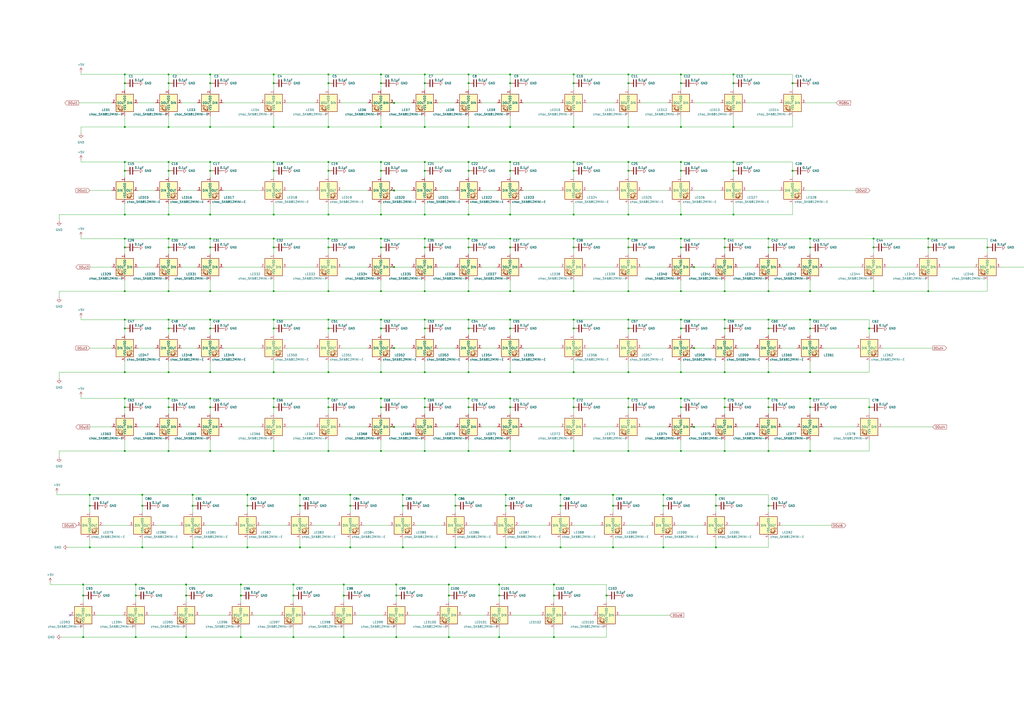
<source format=kicad_sch>
(kicad_sch (version 20250114) (generator "eeschema") (generator_version "9.0")
  (paper "A2")
  (junction (at 364.49 185.42))
  (junction (at 173.99 317.5))
  (junction (at 469.9 236.22))
  (junction (at 121.92 215.9))
  (junction (at 321.31 345.44))
  (junction (at 246.38 73.66))
  (junction (at 190.5 168.91))
  (junction (at 48.26 339.09))
  (junction (at 289.56 369.57))
  (junction (at 394.97 138.43))
  (junction (at 228.6 154.94))
  (junction (at 173.99 293.37))
  (junction (at 364.49 48.26))
  (junction (at 158.75 73.66))
  (junction (at 72.39 231.14))
  (junction (at 121.92 93.98))
  (junction (at 97.79 73.66))
  (junction (at 97.79 168.91))
  (junction (at 572.77 143.51))
  (junction (at 293.37 317.5))
  (junction (at 72.39 124.46))
  (junction (at 111.76 293.37))
  (junction (at 246.38 138.43))
  (junction (at 506.73 143.51))
  (junction (at 158.75 48.26))
  (junction (at 271.78 124.46))
  (junction (at 72.39 99.06))
  (junction (at 289.56 345.44))
  (junction (at 271.78 190.5))
  (junction (at 293.37 293.37))
  (junction (at 394.97 190.5))
  (junction (at 394.97 48.26))
  (junction (at 52.07 293.37))
  (junction (at 220.98 168.91))
  (junction (at 143.51 287.02))
  (junction (at 158.75 190.5))
  (junction (at 97.79 185.42))
  (junction (at 459.74 48.26))
  (junction (at 332.74 143.51))
  (junction (at 78.74 345.44))
  (junction (at 158.75 236.22))
  (junction (at 332.74 236.22))
  (junction (at 139.7 369.57))
  (junction (at 72.39 168.91))
  (junction (at 271.78 99.06))
  (junction (at 97.79 261.62))
  (junction (at 228.6 201.93))
  (junction (at 233.68 287.02))
  (junction (at 295.91 73.66))
  (junction (at 325.12 317.5))
  (junction (at 271.78 168.91))
  (junction (at 295.91 48.26))
  (junction (at 289.56 339.09))
  (junction (at 220.98 143.51))
  (junction (at 121.92 124.46))
  (junction (at 394.97 124.46))
  (junction (at 173.99 287.02))
  (junction (at 420.37 143.51))
  (junction (at 445.77 185.42))
  (junction (at 321.31 369.57))
  (junction (at 82.55 293.37))
  (junction (at 445.77 293.37))
  (junction (at 246.38 261.62))
  (junction (at 97.79 93.98))
  (junction (at 97.79 124.46))
  (junction (at 295.91 190.5))
  (junction (at 420.37 138.43))
  (junction (at 190.5 190.5))
  (junction (at 97.79 236.22))
  (junction (at 72.39 43.18))
  (junction (at 402.59 247.65))
  (junction (at 158.75 99.06))
  (junction (at 271.78 138.43))
  (junction (at 121.92 99.06))
  (junction (at 264.16 293.37))
  (junction (at 190.5 138.43))
  (junction (at 415.29 317.5))
  (junction (at 203.2 317.5))
  (junction (at 220.98 261.62))
  (junction (at 158.75 124.46))
  (junction (at 233.68 317.5))
  (junction (at 199.39 339.09))
  (junction (at 143.51 293.37))
  (junction (at 190.5 143.51))
  (junction (at 271.78 93.98))
  (junction (at 293.37 287.02))
  (junction (at 332.74 215.9))
  (junction (at 246.38 236.22))
  (junction (at 190.5 185.42))
  (junction (at 394.97 43.18))
  (junction (at 52.07 317.5))
  (junction (at 295.91 138.43))
  (junction (at 97.79 231.14))
  (junction (at 158.75 185.42))
  (junction (at 420.37 190.5))
  (junction (at 190.5 215.9))
  (junction (at 121.92 236.22))
  (junction (at 260.35 345.44))
  (junction (at 459.74 99.06))
  (junction (at 415.29 293.37))
  (junction (at 246.38 168.91))
  (junction (at 107.95 339.09))
  (junction (at 121.92 231.14))
  (junction (at 271.78 215.9))
  (junction (at 72.39 48.26))
  (junction (at 332.74 261.62))
  (junction (at 355.6 293.37))
  (junction (at 158.75 261.62))
  (junction (at 295.91 93.98))
  (junction (at 295.91 43.18))
  (junction (at 332.74 190.5))
  (junction (at 332.74 93.98))
  (junction (at 425.45 99.06))
  (junction (at 394.97 93.98))
  (junction (at 445.77 168.91))
  (junction (at 170.18 369.57))
  (junction (at 364.49 138.43))
  (junction (at 220.98 185.42))
  (junction (at 364.49 231.14))
  (junction (at 402.59 154.94))
  (junction (at 394.97 143.51))
  (junction (at 445.77 190.5))
  (junction (at 469.9 215.9))
  (junction (at 469.9 185.42))
  (junction (at 506.73 138.43))
  (junction (at 325.12 287.02))
  (junction (at 139.7 345.44))
  (junction (at 229.87 345.44))
  (junction (at 139.7 339.09))
  (junction (at 425.45 93.98))
  (junction (at 364.49 93.98))
  (junction (at 321.31 339.09))
  (junction (at 364.49 215.9))
  (junction (at 121.92 43.18))
  (junction (at 52.07 287.02))
  (junction (at 228.6 59.69))
  (junction (at 107.95 369.57))
  (junction (at 295.91 185.42))
  (junction (at 445.77 261.62))
  (junction (at 271.78 73.66))
  (junction (at 420.37 261.62))
  (junction (at 425.45 48.26))
  (junction (at 246.38 190.5))
  (junction (at 158.75 143.51))
  (junction (at 332.74 185.42))
  (junction (at 469.9 168.91))
  (junction (at 228.6 110.49))
  (junction (at 111.76 317.5))
  (junction (at 394.97 185.42))
  (junction (at 469.9 261.62))
  (junction (at 78.74 369.57))
  (junction (at 394.97 168.91))
  (junction (at 384.81 293.37))
  (junction (at 246.38 43.18))
  (junction (at 190.5 124.46))
  (junction (at 246.38 48.26))
  (junction (at 425.45 43.18))
  (junction (at 394.97 215.9))
  (junction (at 121.92 138.43))
  (junction (at 364.49 236.22))
  (junction (at 420.37 215.9))
  (junction (at 295.91 215.9))
  (junction (at 199.39 369.57))
  (junction (at 190.5 99.06))
  (junction (at 72.39 143.51))
  (junction (at 295.91 231.14))
  (junction (at 445.77 215.9))
  (junction (at 295.91 236.22))
  (junction (at 332.74 138.43))
  (junction (at 538.48 168.91))
  (junction (at 97.79 215.9))
  (junction (at 295.91 168.91))
  (junction (at 402.59 201.93))
  (junction (at 170.18 345.44))
  (junction (at 220.98 215.9))
  (junction (at 97.79 143.51))
  (junction (at 143.51 317.5))
  (junction (at 469.9 143.51))
  (junction (at 420.37 231.14))
  (junction (at 72.39 215.9))
  (junction (at 82.55 287.02))
  (junction (at 220.98 93.98))
  (junction (at 420.37 236.22))
  (junction (at 271.78 43.18))
  (junction (at 332.74 43.18))
  (junction (at 111.76 287.02))
  (junction (at 538.48 143.51))
  (junction (at 364.49 143.51))
  (junction (at 203.2 287.02))
  (junction (at 264.16 287.02))
  (junction (at 158.75 43.18))
  (junction (at 220.98 124.46))
  (junction (at 506.73 168.91))
  (junction (at 48.26 345.44))
  (junction (at 271.78 185.42))
  (junction (at 190.5 43.18))
  (junction (at 220.98 236.22))
  (junction (at 48.26 369.57))
  (junction (at 220.98 48.26))
  (junction (at 295.91 124.46))
  (junction (at 97.79 99.06))
  (junction (at 190.5 236.22))
  (junction (at 72.39 138.43))
  (junction (at 220.98 190.5))
  (junction (at 420.37 168.91))
  (junction (at 107.95 345.44))
  (junction (at 355.6 317.5))
  (junction (at 332.74 231.14))
  (junction (at 229.87 369.57))
  (junction (at 121.92 261.62))
  (junction (at 332.74 99.06))
  (junction (at 271.78 236.22))
  (junction (at 246.38 231.14))
  (junction (at 469.9 138.43))
  (junction (at 364.49 124.46))
  (junction (at 220.98 99.06))
  (junction (at 332.74 73.66))
  (junction (at 229.87 339.09))
  (junction (at 295.91 143.51))
  (junction (at 364.49 261.62))
  (junction (at 364.49 43.18))
  (junction (at 72.39 236.22))
  (junction (at 271.78 261.62))
  (junction (at 97.79 190.5))
  (junction (at 445.77 231.14))
  (junction (at 97.79 138.43))
  (junction (at 384.81 287.02))
  (junction (at 72.39 190.5))
  (junction (at 72.39 73.66))
  (junction (at 158.75 168.91))
  (junction (at 246.38 99.06))
  (junction (at 364.49 73.66))
  (junction (at 158.75 231.14))
  (junction (at 504.19 190.5))
  (junction (at 72.39 261.62))
  (junction (at 364.49 190.5))
  (junction (at 121.92 190.5))
  (junction (at 260.35 369.57))
  (junction (at 72.39 93.98))
  (junction (at 504.19 236.22))
  (junction (at 394.97 261.62))
  (junction (at 384.81 317.5))
  (junction (at 364.49 99.06))
  (junction (at 445.77 143.51))
  (junction (at 271.78 48.26))
  (junction (at 394.97 231.14))
  (junction (at 220.98 231.14))
  (junction (at 415.29 287.02))
  (junction (at 246.38 143.51))
  (junction (at 364.49 168.91))
  (junction (at 158.75 93.98))
  (junction (at 203.2 293.37))
  (junction (at 469.9 231.14))
  (junction (at 260.35 339.09))
  (junction (at 190.5 261.62))
  (junction (at 264.16 317.5))
  (junction (at 355.6 287.02))
  (junction (at 445.77 138.43))
  (junction (at 158.75 215.9))
  (junction (at 220.98 73.66))
  (junction (at 295.91 261.62))
  (junction (at 425.45 124.46))
  (junction (at 121.92 143.51))
  (junction (at 190.5 231.14))
  (junction (at 220.98 138.43))
  (junction (at 445.77 236.22))
  (junction (at 121.92 168.91))
  (junction (at 271.78 143.51))
  (junction (at 271.78 231.14))
  (junction (at 72.39 185.42))
  (junction (at 332.74 124.46))
  (junction (at 121.92 73.66))
  (junction (at 97.79 43.18))
  (junction (at 420.37 185.42))
  (junction (at 246.38 185.42))
  (junction (at 332.74 168.91))
  (junction (at 246.38 124.46))
  (junction (at 469.9 190.5))
  (junction (at 82.55 317.5))
  (junction (at 97.79 48.26))
  (junction (at 233.68 293.37))
  (junction (at 121.92 185.42))
  (junction (at 394.97 73.66))
  (junction (at 158.75 138.43))
  (junction (at 325.12 293.37))
  (junction (at 295.91 99.06))
  (junction (at 538.48 138.43))
  (junction (at 394.97 99.06))
  (junction (at 199.39 345.44))
  (junction (at 190.5 48.26))
  (junction (at 246.38 93.98))
  (junction (at 121.92 48.26))
  (junction (at 351.79 345.44))
  (junction (at 425.45 73.66))
  (junction (at 332.74 48.26))
  (junction (at 170.18 339.09))
  (junction (at 246.38 215.9))
  (junction (at 78.74 339.09))
  (junction (at 228.6 247.65))
  (junction (at 190.5 73.66))
  (junction (at 394.97 236.22))
  (junction (at 220.98 43.18))
  (junction (at 190.5 93.98))
  (no_connect (at 40.64 356.87))
  (wire (pts (xy 46.99 92.71) (xy 46.99 93.98)))
  (wire (pts (xy 427.99 154.94) (xy 438.15 154.94)))
  (wire (pts (xy 199.39 345.44) (xy 199.39 349.25)))
  (wire (pts (xy 321.31 364.49) (xy 321.31 369.57)))
  (wire (pts (xy 52.07 287.02) (xy 33.02 287.02)))
  (wire (pts (xy 198.12 201.93) (xy 213.36 201.93)))
  (wire (pts (xy 46.99 73.66) (xy 72.39 73.66)))
  (wire (pts (xy 295.91 168.91) (xy 332.74 168.91)))
  (wire (pts (xy 332.74 240.03) (xy 332.74 236.22)))
  (wire (pts (xy 190.5 73.66) (xy 220.98 73.66)))
  (wire (pts (xy 121.92 209.55) (xy 121.92 215.9)))
  (wire (pts (xy 364.49 231.14) (xy 394.97 231.14)))
  (wire (pts (xy 107.95 345.44) (xy 107.95 349.25)))
  (wire (pts (xy 158.75 102.87) (xy 158.75 99.06)))
  (wire (pts (xy 445.77 185.42) (xy 469.9 185.42)))
  (wire (pts (xy 340.36 59.69) (xy 356.87 59.69)))
  (wire (pts (xy 129.54 201.93) (xy 151.13 201.93)))
  (wire (pts (xy 199.39 364.49) (xy 199.39 369.57)))
  (wire (pts (xy 220.98 194.31) (xy 220.98 190.5)))
  (wire (pts (xy 97.79 102.87) (xy 97.79 99.06)))
  (wire (pts (xy 170.18 345.44) (xy 170.18 349.25)))
  (wire (pts (xy 111.76 312.42) (xy 111.76 317.5)))
  (wire (pts (xy 400.05 154.94) (xy 402.59 154.94)))
  (wire (pts (xy 321.31 339.09) (xy 351.79 339.09)))
  (wire (pts (xy 158.75 209.55) (xy 158.75 215.9)))
  (wire (pts (xy 364.49 209.55) (xy 364.49 215.9)))
  (wire (pts (xy 372.11 59.69) (xy 387.35 59.69)))
  (wire (pts (xy 78.74 345.44) (xy 78.74 349.25)))
  (wire (pts (xy 459.74 73.66) (xy 459.74 67.31)))
  (wire (pts (xy 425.45 67.31) (xy 425.45 73.66)))
  (wire (pts (xy 394.97 93.98) (xy 394.97 99.06)))
  (wire (pts (xy 48.26 345.44) (xy 48.26 339.09)))
  (wire (pts (xy 420.37 138.43) (xy 445.77 138.43)))
  (wire (pts (xy 246.38 99.06) (xy 246.38 93.98)))
  (wire (pts (xy 198.12 154.94) (xy 213.36 154.94)))
  (wire (pts (xy 105.41 201.93) (xy 114.3 201.93)))
  (wire (pts (xy 394.97 124.46) (xy 425.45 124.46)))
  (wire (pts (xy 143.51 317.5) (xy 173.99 317.5)))
  (wire (pts (xy 297.18 356.87) (xy 313.69 356.87)))
  (wire (pts (xy 139.7 345.44) (xy 139.7 339.09)))
  (wire (pts (xy 402.59 154.94) (xy 412.75 154.94)))
  (wire (pts (xy 121.92 124.46) (xy 158.75 124.46)))
  (wire (pts (xy 372.11 247.65) (xy 387.35 247.65)))
  (wire (pts (xy 364.49 73.66) (xy 394.97 73.66)))
  (wire (pts (xy 295.91 52.07) (xy 295.91 48.26)))
  (wire (pts (xy 190.5 231.14) (xy 220.98 231.14)))
  (wire (pts (xy 459.74 43.18) (xy 459.74 48.26)))
  (wire (pts (xy 105.41 154.94) (xy 114.3 154.94)))
  (wire (pts (xy 279.4 201.93) (xy 288.29 201.93)))
  (wire (pts (xy 514.35 154.94) (xy 530.86 154.94)))
  (wire (pts (xy 394.97 185.42) (xy 420.37 185.42)))
  (wire (pts (xy 469.9 240.03) (xy 469.9 236.22)))
  (wire (pts (xy 394.97 67.31) (xy 394.97 73.66)))
  (wire (pts (xy 425.45 73.66) (xy 459.74 73.66)))
  (wire (pts (xy 260.35 345.44) (xy 260.35 349.25)))
  (wire (pts (xy 420.37 215.9) (xy 445.77 215.9)))
  (wire (pts (xy 364.49 194.31) (xy 364.49 190.5)))
  (wire (pts (xy 190.5 261.62) (xy 220.98 261.62)))
  (wire (pts (xy 246.38 118.11) (xy 246.38 124.46)))
  (wire (pts (xy 121.92 48.26) (xy 121.92 43.18)))
  (wire (pts (xy 181.61 304.8) (xy 195.58 304.8)))
  (wire (pts (xy 321.31 369.57) (xy 351.79 369.57)))
  (wire (pts (xy 246.38 43.18) (xy 271.78 43.18)))
  (wire (pts (xy 121.92 194.31) (xy 121.92 190.5)))
  (wire (pts (xy 203.2 287.02) (xy 203.2 293.37)))
  (wire (pts (xy 394.97 255.27) (xy 394.97 261.62)))
  (wire (pts (xy 129.54 154.94) (xy 151.13 154.94)))
  (wire (pts (xy 220.98 43.18) (xy 220.98 48.26)))
  (wire (pts (xy 34.29 261.62) (xy 72.39 261.62)))
  (wire (pts (xy 459.74 52.07) (xy 459.74 48.26)))
  (wire (pts (xy 220.98 215.9) (xy 246.38 215.9)))
  (wire (pts (xy 264.16 287.02) (xy 264.16 293.37)))
  (wire (pts (xy 332.74 194.31) (xy 332.74 190.5)))
  (wire (pts (xy 538.48 168.91) (xy 572.77 168.91)))
  (wire (pts (xy 72.39 255.27) (xy 72.39 261.62)))
  (wire (pts (xy 72.39 194.31) (xy 72.39 190.5)))
  (wire (pts (xy 289.56 345.44) (xy 289.56 349.25)))
  (wire (pts (xy 477.52 154.94) (xy 499.11 154.94)))
  (wire (pts (xy 293.37 287.02) (xy 293.37 293.37)))
  (wire (pts (xy 506.73 168.91) (xy 538.48 168.91)))
  (wire (pts (xy 190.5 168.91) (xy 220.98 168.91)))
  (wire (pts (xy 158.75 147.32) (xy 158.75 143.51)))
  (wire (pts (xy 271.78 215.9) (xy 295.91 215.9)))
  (wire (pts (xy 220.98 67.31) (xy 220.98 73.66)))
  (wire (pts (xy 121.92 190.5) (xy 121.92 185.42)))
  (wire (pts (xy 48.26 369.57) (xy 78.74 369.57)))
  (wire (pts (xy 226.06 154.94) (xy 228.6 154.94)))
  (wire (pts (xy 420.37 190.5) (xy 420.37 185.42)))
  (wire (pts (xy 511.81 201.93) (xy 541.02 201.93)))
  (wire (pts (xy 246.38 67.31) (xy 246.38 73.66)))
  (wire (pts (xy 203.2 293.37) (xy 203.2 297.18)))
  (wire (pts (xy 264.16 287.02) (xy 293.37 287.02)))
  (wire (pts (xy 121.92 52.07) (xy 121.92 48.26)))
  (wire (pts (xy 139.7 339.09) (xy 170.18 339.09)))
  (wire (pts (xy 295.91 124.46) (xy 332.74 124.46)))
  (wire (pts (xy 220.98 73.66) (xy 246.38 73.66)))
  (wire (pts (xy 332.74 43.18) (xy 364.49 43.18)))
  (wire (pts (xy 289.56 339.09) (xy 321.31 339.09)))
  (wire (pts (xy 220.98 240.03) (xy 220.98 236.22)))
  (wire (pts (xy 46.99 231.14) (xy 72.39 231.14)))
  (wire (pts (xy 34.29 124.46) (xy 34.29 128.27)))
  (wire (pts (xy 328.93 356.87) (xy 344.17 356.87)))
  (wire (pts (xy 506.73 147.32) (xy 506.73 143.51)))
  (wire (pts (xy 46.99 229.87) (xy 46.99 231.14)))
  (wire (pts (xy 332.74 118.11) (xy 332.74 124.46)))
  (wire (pts (xy 295.91 255.27) (xy 295.91 261.62)))
  (wire (pts (xy 121.92 143.51) (xy 121.92 138.43)))
  (wire (pts (xy 321.31 345.44) (xy 321.31 349.25)))
  (wire (pts (xy 420.37 185.42) (xy 445.77 185.42)))
  (wire (pts (xy 158.75 118.11) (xy 158.75 124.46)))
  (wire (pts (xy 453.39 247.65) (xy 462.28 247.65)))
  (wire (pts (xy 34.29 215.9) (xy 34.29 219.71)))
  (wire (pts (xy 425.45 43.18) (xy 459.74 43.18)))
  (wire (pts (xy 364.49 102.87) (xy 364.49 99.06)))
  (wire (pts (xy 129.54 59.69) (xy 151.13 59.69)))
  (wire (pts (xy 78.74 364.49) (xy 78.74 369.57)))
  (wire (pts (xy 226.06 110.49) (xy 228.6 110.49)))
  (wire (pts (xy 158.75 168.91) (xy 190.5 168.91)))
  (wire (pts (xy 425.45 124.46) (xy 459.74 124.46)))
  (wire (pts (xy 469.9 147.32) (xy 469.9 143.51)))
  (wire (pts (xy 139.7 369.57) (xy 170.18 369.57)))
  (wire (pts (xy 445.77 255.27) (xy 445.77 261.62)))
  (wire (pts (xy 504.19 185.42) (xy 504.19 190.5)))
  (wire (pts (xy 351.79 339.09) (xy 351.79 345.44)))
  (wire (pts (xy 72.39 215.9) (xy 97.79 215.9)))
  (wire (pts (xy 394.97 168.91) (xy 420.37 168.91)))
  (wire (pts (xy 271.78 124.46) (xy 295.91 124.46)))
  (wire (pts (xy 271.78 209.55) (xy 271.78 215.9)))
  (wire (pts (xy 72.39 124.46) (xy 97.79 124.46)))
  (wire (pts (xy 121.92 99.06) (xy 121.92 93.98)))
  (wire (pts (xy 422.91 304.8) (xy 438.15 304.8)))
  (wire (pts (xy 384.81 287.02) (xy 415.29 287.02)))
  (wire (pts (xy 363.22 304.8) (xy 377.19 304.8)))
  (wire (pts (xy 82.55 293.37) (xy 82.55 297.18)))
  (wire (pts (xy 233.68 287.02) (xy 264.16 287.02)))
  (wire (pts (xy 48.26 364.49) (xy 48.26 369.57)))
  (wire (pts (xy 158.75 185.42) (xy 158.75 190.5)))
  (wire (pts (xy 72.39 67.31) (xy 72.39 73.66)))
  (wire (pts (xy 80.01 59.69) (xy 90.17 59.69)))
  (wire (pts (xy 364.49 138.43) (xy 364.49 143.51)))
  (wire (pts (xy 445.77 209.55) (xy 445.77 215.9)))
  (wire (pts (xy 332.74 147.32) (xy 332.74 143.51)))
  (wire (pts (xy 203.2 287.02) (xy 233.68 287.02)))
  (wire (pts (xy 295.91 73.66) (xy 332.74 73.66)))
  (wire (pts (xy 295.91 162.56) (xy 295.91 168.91)))
  (wire (pts (xy 166.37 110.49) (xy 182.88 110.49)))
  (wire (pts (xy 97.79 93.98) (xy 121.92 93.98)))
  (wire (pts (xy 295.91 194.31) (xy 295.91 190.5)))
  (wire (pts (xy 246.38 231.14) (xy 271.78 231.14)))
  (wire (pts (xy 52.07 110.49) (xy 64.77 110.49)))
  (wire (pts (xy 151.13 304.8) (xy 166.37 304.8)))
  (wire (pts (xy 97.79 240.03) (xy 97.79 236.22)))
  (wire (pts (xy 467.36 59.69) (xy 485.14 59.69)))
  (wire (pts (xy 355.6 317.5) (xy 384.81 317.5)))
  (wire (pts (xy 445.77 143.51) (xy 445.77 138.43)))
  (wire (pts (xy 295.91 231.14) (xy 332.74 231.14)))
  (wire (pts (xy 115.57 356.87) (xy 132.08 356.87)))
  (wire (pts (xy 260.35 339.09) (xy 289.56 339.09)))
  (wire (pts (xy 415.29 287.02) (xy 415.29 293.37)))
  (wire (pts (xy 293.37 312.42) (xy 293.37 317.5)))
  (wire (pts (xy 119.38 304.8) (xy 135.89 304.8)))
  (wire (pts (xy 233.68 317.5) (xy 264.16 317.5)))
  (wire (pts (xy 332.74 261.62) (xy 364.49 261.62)))
  (wire (pts (xy 246.38 73.66) (xy 271.78 73.66)))
  (wire (pts (xy 271.78 93.98) (xy 295.91 93.98)))
  (wire (pts (xy 190.5 102.87) (xy 190.5 99.06)))
  (wire (pts (xy 166.37 59.69) (xy 182.88 59.69)))
  (wire (pts (xy 190.5 67.31) (xy 190.5 73.66)))
  (wire (pts (xy 295.91 147.32) (xy 295.91 143.51)))
  (wire (pts (xy 303.53 247.65) (xy 325.12 247.65)))
  (wire (pts (xy 271.78 43.18) (xy 295.91 43.18)))
  (wire (pts (xy 121.92 93.98) (xy 158.75 93.98)))
  (wire (pts (xy 332.74 67.31) (xy 332.74 73.66)))
  (wire (pts (xy 572.77 168.91) (xy 572.77 162.56)))
  (wire (pts (xy 295.91 261.62) (xy 332.74 261.62)))
  (wire (pts (xy 220.98 147.32) (xy 220.98 143.51)))
  (wire (pts (xy 72.39 147.32) (xy 72.39 143.51)))
  (wire (pts (xy 72.39 138.43) (xy 97.79 138.43)))
  (wire (pts (xy 190.5 93.98) (xy 190.5 99.06)))
  (wire (pts (xy 295.91 143.51) (xy 295.91 138.43)))
  (wire (pts (xy 170.18 369.57) (xy 199.39 369.57)))
  (wire (pts (xy 105.41 59.69) (xy 114.3 59.69)))
  (wire (pts (xy 55.88 356.87) (xy 71.12 356.87)))
  (wire (pts (xy 97.79 255.27) (xy 97.79 261.62)))
  (wire (pts (xy 279.4 59.69) (xy 288.29 59.69)))
  (wire (pts (xy 72.39 168.91) (xy 97.79 168.91)))
  (wire (pts (xy 289.56 369.57) (xy 321.31 369.57)))
  (wire (pts (xy 295.91 67.31) (xy 295.91 73.66)))
  (wire (pts (xy 97.79 194.31) (xy 97.79 190.5)))
  (wire (pts (xy 158.75 231.14) (xy 190.5 231.14)))
  (wire (pts (xy 459.74 102.87) (xy 459.74 99.06)))
  (wire (pts (xy 394.97 102.87) (xy 394.97 99.06)))
  (wire (pts (xy 190.5 138.43) (xy 190.5 143.51)))
  (wire (pts (xy 271.78 52.07) (xy 271.78 48.26)))
  (wire (pts (xy 229.87 345.44) (xy 229.87 339.09)))
  (wire (pts (xy 332.74 138.43) (xy 332.74 143.51)))
  (wire (pts (xy 29.21 339.09) (xy 29.21 337.82)))
  (wire (pts (xy 267.97 356.87) (xy 281.94 356.87)))
  (wire (pts (xy 453.39 304.8) (xy 482.6 304.8)))
  (wire (pts (xy 420.37 240.03) (xy 420.37 236.22)))
  (wire (pts (xy 477.52 247.65) (xy 496.57 247.65)))
  (wire (pts (xy 504.19 261.62) (xy 504.19 255.27)))
  (wire (pts (xy 158.75 93.98) (xy 158.75 99.06)))
  (wire (pts (xy 504.19 240.03) (xy 504.19 236.22)))
  (wire (pts (xy 504.19 215.9) (xy 504.19 209.55)))
  (wire (pts (xy 469.9 209.55) (xy 469.9 215.9)))
  (wire (pts (xy 364.49 93.98) (xy 394.97 93.98)))
  (wire (pts (xy 46.99 73.66) (xy 46.99 77.47)))
  (wire (pts (xy 158.75 261.62) (xy 190.5 261.62)))
  (wire (pts (xy 233.68 293.37) (xy 233.68 297.18)))
  (wire (pts (xy 295.91 185.42) (xy 332.74 185.42)))
  (wire (pts (xy 469.9 261.62) (xy 504.19 261.62)))
  (wire (pts (xy 97.79 43.18) (xy 121.92 43.18)))
  (wire (pts (xy 260.35 364.49) (xy 260.35 369.57)))
  (wire (pts (xy 445.77 147.32) (xy 445.77 143.51)))
  (wire (pts (xy 546.1 154.94) (xy 565.15 154.94)))
  (wire (pts (xy 207.01 356.87) (xy 222.25 356.87)))
  (wire (pts (xy 111.76 293.37) (xy 111.76 297.18)))
  (wire (pts (xy 158.75 73.66) (xy 190.5 73.66)))
  (wire (pts (xy 220.98 118.11) (xy 220.98 124.46)))
  (wire (pts (xy 220.98 209.55) (xy 220.98 215.9)))
  (wire (pts (xy 538.48 138.43) (xy 538.48 143.51)))
  (wire (pts (xy 173.99 293.37) (xy 173.99 297.18)))
  (wire (pts (xy 121.92 147.32) (xy 121.92 143.51)))
  (wire (pts (xy 355.6 287.02) (xy 384.81 287.02)))
  (wire (pts (xy 355.6 312.42) (xy 355.6 317.5)))
  (wire (pts (xy 394.97 52.07) (xy 394.97 48.26)))
  (wire (pts (xy 384.81 312.42) (xy 384.81 317.5)))
  (wire (pts (xy 420.37 261.62) (xy 445.77 261.62)))
  (wire (pts (xy 229.87 345.44) (xy 229.87 349.25)))
  (wire (pts (xy 279.4 110.49) (xy 288.29 110.49)))
  (wire (pts (xy 538.48 162.56) (xy 538.48 168.91)))
  (wire (pts (xy 300.99 304.8) (xy 317.5 304.8)))
  (wire (pts (xy 34.29 168.91) (xy 72.39 168.91)))
  (wire (pts (xy 351.79 369.57) (xy 351.79 364.49)))
  (wire (pts (xy 121.92 261.62) (xy 158.75 261.62)))
  (wire (pts (xy 445.77 236.22) (xy 445.77 231.14)))
  (wire (pts (xy 254 247.65) (xy 264.16 247.65)))
  (wire (pts (xy 229.87 364.49) (xy 229.87 369.57)))
  (wire (pts (xy 46.99 184.15) (xy 46.99 185.42)))
  (wire (pts (xy 364.49 124.46) (xy 394.97 124.46)))
  (wire (pts (xy 415.29 317.5) (xy 445.77 317.5)))
  (wire (pts (xy 97.79 261.62) (xy 121.92 261.62)))
  (wire (pts (xy 364.49 138.43) (xy 394.97 138.43)))
  (wire (pts (xy 254 59.69) (xy 264.16 59.69)))
  (wire (pts (xy 459.74 124.46) (xy 459.74 118.11)))
  (wire (pts (xy 46.99 43.18) (xy 72.39 43.18)))
  (wire (pts (xy 52.07 317.5) (xy 82.55 317.5)))
  (wire (pts (xy 158.75 138.43) (xy 158.75 143.51)))
  (wire (pts (xy 394.97 240.03) (xy 394.97 236.22)))
  (wire (pts (xy 78.74 369.57) (xy 107.95 369.57)))
  (wire (pts (xy 143.51 287.02) (xy 173.99 287.02)))
  (wire (pts (xy 107.95 364.49) (xy 107.95 369.57)))
  (wire (pts (xy 80.01 154.94) (xy 90.17 154.94)))
  (wire (pts (xy 246.38 48.26) (xy 246.38 43.18)))
  (wire (pts (xy 332.74 93.98) (xy 364.49 93.98)))
  (wire (pts (xy 445.77 317.5) (xy 445.77 312.42)))
  (wire (pts (xy 226.06 201.93) (xy 228.6 201.93)))
  (wire (pts (xy 199.39 339.09) (xy 229.87 339.09)))
  (wire (pts (xy 355.6 287.02) (xy 355.6 293.37)))
  (wire (pts (xy 158.75 215.9) (xy 190.5 215.9)))
  (wire (pts (xy 190.5 43.18) (xy 220.98 43.18)))
  (wire (pts (xy 220.98 138.43) (xy 220.98 143.51)))
  (wire (pts (xy 332.74 255.27) (xy 332.74 261.62)))
  (wire (pts (xy 364.49 43.18) (xy 364.49 48.26)))
  (wire (pts (xy 332.74 162.56) (xy 332.74 168.91)))
  (wire (pts (xy 402.59 247.65) (xy 412.75 247.65)))
  (wire (pts (xy 467.36 110.49) (xy 496.57 110.49)))
  (wire (pts (xy 86.36 356.87) (xy 100.33 356.87)))
  (wire (pts (xy 198.12 247.65) (xy 213.36 247.65)))
  (wire (pts (xy 210.82 304.8) (xy 226.06 304.8)))
  (wire (pts (xy 190.5 124.46) (xy 220.98 124.46)))
  (wire (pts (xy 82.55 317.5) (xy 111.76 317.5)))
  (wire (pts (xy 433.07 110.49) (xy 452.12 110.49)))
  (wire (pts (xy 72.39 143.51) (xy 72.39 138.43)))
  (wire (pts (xy 158.75 93.98) (xy 190.5 93.98)))
  (wire (pts (xy 572.77 147.32) (xy 572.77 143.51)))
  (wire (pts (xy 111.76 287.02) (xy 143.51 287.02)))
  (wire (pts (xy 359.41 356.87) (xy 388.62 356.87)))
  (wire (pts (xy 325.12 293.37) (xy 325.12 287.02)))
  (wire (pts (xy 469.9 255.27) (xy 469.9 261.62)))
  (wire (pts (xy 246.38 255.27) (xy 246.38 261.62)))
  (wire (pts (xy 228.6 59.69) (xy 238.76 59.69)))
  (wire (pts (xy 48.26 369.57) (xy 35.56 369.57)))
  (wire (pts (xy 34.29 215.9) (xy 72.39 215.9)))
  (wire (pts (xy 394.97 185.42) (xy 394.97 190.5)))
  (wire (pts (xy 469.9 168.91) (xy 506.73 168.91)))
  (wire (pts (xy 392.43 304.8) (xy 407.67 304.8)))
  (wire (pts (xy 72.39 99.06) (xy 72.39 93.98)))
  (wire (pts (xy 364.49 215.9) (xy 394.97 215.9)))
  (wire (pts (xy 198.12 110.49) (xy 213.36 110.49)))
  (wire (pts (xy 107.95 369.57) (xy 139.7 369.57)))
  (wire (pts (xy 303.53 154.94) (xy 325.12 154.94)))
  (wire (pts (xy 158.75 67.31) (xy 158.75 73.66)))
  (wire (pts (xy 72.39 102.87) (xy 72.39 99.06)))
  (wire (pts (xy 80.01 110.49) (xy 90.17 110.49)))
  (wire (pts (xy 394.97 138.43) (xy 394.97 143.51)))
  (wire (pts (xy 220.98 168.91) (xy 246.38 168.91)))
  (wire (pts (xy 394.97 162.56) (xy 394.97 168.91)))
  (wire (pts (xy 295.91 48.26) (xy 295.91 43.18)))
  (wire (pts (xy 469.9 143.51) (xy 469.9 138.43)))
  (wire (pts (xy 158.75 255.27) (xy 158.75 261.62)))
  (wire (pts (xy 34.29 261.62) (xy 34.29 265.43)))
  (wire (pts (xy 228.6 110.49) (xy 238.76 110.49)))
  (wire (pts (xy 325.12 293.37) (xy 325.12 297.18)))
  (wire (pts (xy 394.97 147.32) (xy 394.97 143.51)))
  (wire (pts (xy 340.36 247.65) (xy 356.87 247.65)))
  (wire (pts (xy 420.37 231.14) (xy 445.77 231.14)))
  (wire (pts (xy 469.9 185.42) (xy 504.19 185.42)))
  (wire (pts (xy 364.49 231.14) (xy 364.49 236.22)))
  (wire (pts (xy 364.49 261.62) (xy 394.97 261.62)))
  (wire (pts (xy 340.36 154.94) (xy 356.87 154.94)))
  (wire (pts (xy 295.91 240.03) (xy 295.91 236.22)))
  (wire (pts (xy 46.99 138.43) (xy 72.39 138.43)))
  (wire (pts (xy 190.5 93.98) (xy 220.98 93.98)))
  (wire (pts (xy 173.99 287.02) (xy 203.2 287.02)))
  (wire (pts (xy 506.73 138.43) (xy 538.48 138.43)))
  (wire (pts (xy 293.37 317.5) (xy 325.12 317.5)))
  (wire (pts (xy 129.54 110.49) (xy 151.13 110.49)))
  (wire (pts (xy 246.38 143.51) (xy 246.38 138.43)))
  (wire (pts (xy 97.79 190.5) (xy 97.79 185.42)))
  (wire (pts (xy 190.5 138.43) (xy 220.98 138.43)))
  (wire (pts (xy 228.6 201.93) (xy 238.76 201.93)))
  (wire (pts (xy 295.91 236.22) (xy 295.91 231.14)))
  (wire (pts (xy 453.39 201.93) (xy 462.28 201.93)))
  (wire (pts (xy 121.92 231.14) (xy 158.75 231.14)))
  (wire (pts (xy 445.77 194.31) (xy 445.77 190.5)))
  (wire (pts (xy 340.36 110.49) (xy 356.87 110.49)))
  (wire (pts (xy 158.75 185.42) (xy 190.5 185.42)))
  (wire (pts (xy 364.49 43.18) (xy 394.97 43.18)))
  (wire (pts (xy 190.5 185.42) (xy 190.5 190.5)))
  (wire (pts (xy 121.92 102.87) (xy 121.92 99.06)))
  (wire (pts (xy 46.99 93.98) (xy 72.39 93.98)))
  (wire (pts (xy 48.26 339.09) (xy 78.74 339.09)))
  (wire (pts (xy 82.55 287.02) (xy 111.76 287.02)))
  (wire (pts (xy 271.78 236.22) (xy 271.78 231.14)))
  (wire (pts (xy 97.79 147.32) (xy 97.79 143.51)))
  (wire (pts (xy 425.45 93.98) (xy 459.74 93.98)))
  (wire (pts (xy 332.74 73.66) (xy 364.49 73.66)))
  (wire (pts (xy 415.29 293.37) (xy 415.29 297.18)))
  (wire (pts (xy 427.99 247.65) (xy 438.15 247.65)))
  (wire (pts (xy 97.79 67.31) (xy 97.79 73.66)))
  (wire (pts (xy 158.75 43.18) (xy 158.75 48.26)))
  (wire (pts (xy 246.38 162.56) (xy 246.38 168.91)))
  (wire (pts (xy 271.78 147.32) (xy 271.78 143.51)))
  (wire (pts (xy 220.98 255.27) (xy 220.98 261.62)))
  (wire (pts (xy 279.4 154.94) (xy 288.29 154.94)))
  (wire (pts (xy 237.49 356.87) (xy 252.73 356.87)))
  (wire (pts (xy 97.79 168.91) (xy 121.92 168.91)))
  (wire (pts (xy 139.7 364.49) (xy 139.7 369.57)))
  (wire (pts (xy 190.5 215.9) (xy 220.98 215.9)))
  (wire (pts (xy 121.92 215.9) (xy 158.75 215.9)))
  (wire (pts (xy 394.97 209.55) (xy 394.97 215.9)))
  (wire (pts (xy 477.52 201.93) (xy 496.57 201.93)))
  (wire (pts (xy 97.79 231.14) (xy 121.92 231.14)))
  (wire (pts (xy 121.92 162.56) (xy 121.92 168.91)))
  (wire (pts (xy 469.9 194.31) (xy 469.9 190.5)))
  (wire (pts (xy 72.39 236.22) (xy 72.39 231.14)))
  (wire (pts (xy 48.26 339.09) (xy 29.21 339.09)))
  (wire (pts (xy 78.74 339.09) (xy 78.74 345.44)))
  (wire (pts (xy 220.98 185.42) (xy 246.38 185.42)))
  (wire (pts (xy 420.37 143.51) (xy 420.37 138.43)))
  (wire (pts (xy 445.77 287.02) (xy 445.77 293.37)))
  (wire (pts (xy 445.77 162.56) (xy 445.77 168.91)))
  (wire (pts (xy 246.38 240.03) (xy 246.38 236.22)))
  (wire (pts (xy 199.39 369.57) (xy 229.87 369.57)))
  (wire (pts (xy 420.37 162.56) (xy 420.37 168.91)))
  (wire (pts (xy 459.74 93.98) (xy 459.74 99.06)))
  (wire (pts (xy 538.48 147.32) (xy 538.48 143.51)))
  (wire (pts (xy 158.75 124.46) (xy 190.5 124.46)))
  (wire (pts (xy 72.39 162.56) (xy 72.39 168.91)))
  (wire (pts (xy 246.38 185.42) (xy 271.78 185.42)))
  (wire (pts (xy 295.91 190.5) (xy 295.91 185.42)))
  (wire (pts (xy 170.18 339.09) (xy 170.18 345.44)))
  (wire (pts (xy 295.91 118.11) (xy 295.91 124.46)))
  (wire (pts (xy 303.53 59.69) (xy 325.12 59.69)))
  (wire (pts (xy 190.5 231.14) (xy 190.5 236.22)))
  (wire (pts (xy 158.75 194.31) (xy 158.75 190.5)))
  (wire (pts (xy 332.74 185.42) (xy 364.49 185.42)))
  (wire (pts (xy 469.9 138.43) (xy 506.73 138.43)))
  (wire (pts (xy 72.39 209.55) (xy 72.39 215.9)))
  (wire (pts (xy 121.92 185.42) (xy 158.75 185.42)))
  (wire (pts (xy 246.38 138.43) (xy 271.78 138.43)))
  (wire (pts (xy 303.53 201.93) (xy 325.12 201.93)))
  (wire (pts (xy 293.37 293.37) (xy 293.37 297.18)))
  (wire (pts (xy 384.81 287.02) (xy 384.81 293.37)))
  (wire (pts (xy 271.78 138.43) (xy 295.91 138.43)))
  (wire (pts (xy 190.5 194.31) (xy 190.5 190.5)))
  (wire (pts (xy 199.39 339.09) (xy 199.39 345.44)))
  (wire (pts (xy 384.81 317.5) (xy 415.29 317.5)))
  (wire (pts (xy 506.73 138.43) (xy 506.73 143.51)))
  (wire (pts (xy 394.97 43.18) (xy 425.45 43.18)))
  (wire (pts (xy 372.11 201.93) (xy 387.35 201.93)))
  (wire (pts (xy 325.12 312.42) (xy 325.12 317.5)))
  (wire (pts (xy 364.49 118.11) (xy 364.49 124.46)))
  (wire (pts (xy 506.73 162.56) (xy 506.73 168.91)))
  (wire (pts (xy 72.39 190.5) (xy 72.39 185.42)))
  (wire (pts (xy 580.39 154.94) (xy 609.6 154.94)))
  (wire (pts (xy 105.41 110.49) (xy 114.3 110.49)))
  (wire (pts (xy 121.92 73.66) (xy 158.75 73.66)))
  (wire (pts (xy 173.99 317.5) (xy 203.2 317.5)))
  (wire (pts (xy 33.02 287.02) (xy 33.02 285.75)))
  (wire (pts (xy 52.07 293.37) (xy 52.07 297.18)))
  (wire (pts (xy 72.39 231.14) (xy 97.79 231.14)))
  (wire (pts (xy 332.74 304.8) (xy 347.98 304.8)))
  (wire (pts (xy 394.97 138.43) (xy 420.37 138.43)))
  (wire (pts (xy 97.79 52.07) (xy 97.79 48.26)))
  (wire (pts (xy 190.5 118.11) (xy 190.5 124.46)))
  (wire (pts (xy 289.56 364.49) (xy 289.56 369.57)))
  (wire (pts (xy 572.77 138.43) (xy 572.77 143.51)))
  (wire (pts (xy 271.78 143.51) (xy 271.78 138.43)))
  (wire (pts (xy 271.78 231.14) (xy 295.91 231.14)))
  (wire (pts (xy 72.39 52.07) (xy 72.39 48.26)))
  (wire (pts (xy 425.45 93.98) (xy 425.45 99.06)))
  (wire (pts (xy 400.05 201.93) (xy 402.59 201.93)))
  (wire (pts (xy 425.45 102.87) (xy 425.45 99.06)))
  (wire (pts (xy 229.87 369.57) (xy 260.35 369.57)))
  (wire (pts (xy 264.16 317.5) (xy 293.37 317.5)))
  (wire (pts (xy 246.38 52.07) (xy 246.38 48.26)))
  (wire (pts (xy 220.98 138.43) (xy 246.38 138.43)))
  (wire (pts (xy 271.78 99.06) (xy 271.78 93.98)))
  (wire (pts (xy 420.37 194.31) (xy 420.37 190.5)))
  (wire (pts (xy 364.49 52.07) (xy 364.49 48.26)))
  (wire (pts (xy 332.74 102.87) (xy 332.74 99.06)))
  (wire (pts (xy 220.98 231.14) (xy 246.38 231.14)))
  (wire (pts (xy 295.91 93.98) (xy 332.74 93.98)))
  (wire (pts (xy 72.39 118.11) (xy 72.39 124.46)))
  (wire (pts (xy 111.76 317.5) (xy 143.51 317.5)))
  (wire (pts (xy 332.74 185.42) (xy 332.74 190.5)))
  (wire (pts (xy 295.91 209.55) (xy 295.91 215.9)))
  (wire (pts (xy 229.87 339.09) (xy 260.35 339.09)))
  (wire (pts (xy 420.37 236.22) (xy 420.37 231.14)))
  (wire (pts (xy 384.81 293.37) (xy 384.81 297.18)))
  (wire (pts (xy 97.79 138.43) (xy 121.92 138.43)))
  (wire (pts (xy 190.5 185.42) (xy 220.98 185.42)))
  (wire (pts (xy 246.38 261.62) (xy 271.78 261.62)))
  (wire (pts (xy 260.35 369.57) (xy 289.56 369.57)))
  (wire (pts (xy 220.98 124.46) (xy 246.38 124.46)))
  (wire (pts (xy 97.79 185.42) (xy 121.92 185.42)))
  (wire (pts (xy 48.26 345.44) (xy 48.26 349.25)))
  (wire (pts (xy 233.68 293.37) (xy 233.68 287.02)))
  (wire (pts (xy 121.92 255.27) (xy 121.92 261.62)))
  (wire (pts (xy 469.9 215.9) (xy 504.19 215.9)))
  (wire (pts (xy 425.45 43.18) (xy 425.45 48.26)))
  (wire (pts (xy 295.91 43.18) (xy 332.74 43.18)))
  (wire (pts (xy 351.79 349.25) (xy 351.79 345.44)))
  (wire (pts (xy 295.91 215.9) (xy 332.74 215.9)))
  (wire (pts (xy 166.37 154.94) (xy 182.88 154.94)))
  (wire (pts (xy 402.59 201.93) (xy 412.75 201.93)))
  (wire (pts (xy 190.5 52.07) (xy 190.5 48.26)))
  (wire (pts (xy 295.91 138.43) (xy 332.74 138.43)))
  (wire (pts (xy 271.78 185.42) (xy 295.91 185.42)))
  (wire (pts (xy 355.6 293.37) (xy 355.6 297.18)))
  (wire (pts (xy 220.98 93.98) (xy 246.38 93.98)))
  (wire (pts (xy 97.79 124.46) (xy 121.92 124.46)))
  (wire (pts (xy 394.97 118.11) (xy 394.97 124.46)))
  (wire (pts (xy 271.78 261.62) (xy 295.91 261.62)))
  (wire (pts (xy 72.39 240.03) (xy 72.39 236.22)))
  (wire (pts (xy 233.68 312.42) (xy 233.68 317.5)))
  (wire (pts (xy 246.38 194.31) (xy 246.38 190.5)))
  (wire (pts (xy 504.19 194.31) (xy 504.19 190.5)))
  (wire (pts (xy 271.78 48.26) (xy 271.78 43.18)))
  (wire (pts (xy 121.92 168.91) (xy 158.75 168.91)))
  (wire (pts (xy 203.2 312.42) (xy 203.2 317.5)))
  (wire (pts (xy 97.79 48.26) (xy 97.79 43.18)))
  (wire (pts (xy 143.51 293.37) (xy 143.51 297.18)))
  (wire (pts (xy 469.9 162.56) (xy 469.9 168.91)))
  (wire (pts (xy 190.5 162.56) (xy 190.5 168.91)))
  (wire (pts (xy 226.06 247.65) (xy 228.6 247.65)))
  (wire (pts (xy 332.74 209.55) (xy 332.74 215.9)))
  (wire (pts (xy 445.77 190.5) (xy 445.77 185.42)))
  (wire (pts (xy 364.49 67.31) (xy 364.49 73.66)))
  (wire (pts (xy 364.49 162.56) (xy 364.49 168.91)))
  (wire (pts (xy 340.36 201.93) (xy 356.87 201.93)))
  (wire (pts (xy 228.6 154.94) (xy 238.76 154.94)))
  (wire (pts (xy 80.01 247.65) (xy 90.17 247.65)))
  (wire (pts (xy 143.51 293.37) (xy 143.51 287.02)))
  (wire (pts (xy 415.29 312.42) (xy 415.29 317.5)))
  (wire (pts (xy 121.92 118.11) (xy 121.92 124.46)))
  (wire (pts (xy 400.05 247.65) (xy 402.59 247.65)))
  (wire (pts (xy 246.38 190.5) (xy 246.38 185.42)))
  (wire (pts (xy 246.38 124.46) (xy 271.78 124.46)))
  (wire (pts (xy 139.7 345.44) (xy 139.7 349.25)))
  (wire (pts (xy 190.5 255.27) (xy 190.5 261.62)))
  (wire (pts (xy 220.98 261.62) (xy 246.38 261.62)))
  (wire (pts (xy 246.38 209.55) (xy 246.38 215.9)))
  (wire (pts (xy 271.78 168.91) (xy 295.91 168.91)))
  (wire (pts (xy 394.97 194.31) (xy 394.97 190.5)))
  (wire (pts (xy 46.99 41.91) (xy 46.99 43.18)))
  (wire (pts (xy 295.91 99.06) (xy 295.91 93.98)))
  (wire (pts (xy 121.92 240.03) (xy 121.92 236.22)))
  (wire (pts (xy 72.39 93.98) (xy 97.79 93.98)))
  (wire (pts (xy 271.78 255.27) (xy 271.78 261.62)))
  (wire (pts (xy 325.12 287.02) (xy 355.6 287.02)))
  (wire (pts (xy 170.18 364.49) (xy 170.18 369.57)))
  (wire (pts (xy 394.97 261.62) (xy 420.37 261.62)))
  (wire (pts (xy 394.97 231.14) (xy 394.97 236.22)))
  (wire (pts (xy 190.5 209.55) (xy 190.5 215.9)))
  (wire (pts (xy 90.17 304.8) (xy 104.14 304.8)))
  (wire (pts (xy 246.38 215.9) (xy 271.78 215.9)))
  (wire (pts (xy 78.74 339.09) (xy 107.95 339.09)))
  (wire (pts (xy 107.95 339.09) (xy 139.7 339.09)))
  (wire (pts (xy 420.37 209.55) (xy 420.37 215.9)))
  (wire (pts (xy 445.77 231.14) (xy 469.9 231.14)))
  (wire (pts (xy 246.38 93.98) (xy 271.78 93.98)))
  (wire (pts (xy 190.5 147.32) (xy 190.5 143.51)))
  (wire (pts (xy 264.16 312.42) (xy 264.16 317.5)))
  (wire (pts (xy 190.5 240.03) (xy 190.5 236.22)))
  (wire (pts (xy 425.45 118.11) (xy 425.45 124.46)))
  (wire (pts (xy 271.78 67.31) (xy 271.78 73.66)))
  (wire (pts (xy 52.07 293.37) (xy 52.07 287.02)))
  (wire (pts (xy 52.07 154.94) (xy 64.77 154.94)))
  (wire (pts (xy 254 154.94) (xy 264.16 154.94)))
  (wire (pts (xy 332.74 168.91) (xy 364.49 168.91)))
  (wire (pts (xy 52.07 312.42) (xy 52.07 317.5)))
  (wire (pts (xy 394.97 215.9) (xy 420.37 215.9)))
  (wire (pts (xy 129.54 247.65) (xy 151.13 247.65)))
  (wire (pts (xy 80.01 201.93) (xy 90.17 201.93)))
  (wire (pts (xy 246.38 168.91) (xy 271.78 168.91)))
  (wire (pts (xy 445.77 297.18) (xy 445.77 293.37)))
  (wire (pts (xy 445.77 138.43) (xy 469.9 138.43)))
  (wire (pts (xy 52.07 287.02) (xy 82.55 287.02)))
  (wire (pts (xy 264.16 293.37) (xy 264.16 297.18)))
  (wire (pts (xy 332.74 231.14) (xy 332.74 236.22)))
  (wire (pts (xy 158.75 162.56) (xy 158.75 168.91)))
  (wire (pts (xy 220.98 185.42) (xy 220.98 190.5)))
  (wire (pts (xy 332.74 52.07) (xy 332.74 48.26)))
  (wire (pts (xy 372.11 154.94) (xy 387.35 154.94)))
  (wire (pts (xy 173.99 312.42) (xy 173.99 317.5)))
  (wire (pts (xy 321.31 339.09) (xy 321.31 345.44)))
  (wire (pts (xy 72.39 73.66) (xy 97.79 73.66)))
  (wire (pts (xy 72.39 48.26) (xy 72.39 43.18)))
  (wire (pts (xy 105.41 247.65) (xy 114.3 247.65)))
  (wire (pts (xy 158.75 52.07) (xy 158.75 48.26)))
  (wire (pts (xy 364.49 185.42) (xy 364.49 190.5)))
  (wire (pts (xy 271.78 304.8) (xy 285.75 304.8)))
  (wire (pts (xy 332.74 124.46) (xy 364.49 124.46)))
  (wire (pts (xy 97.79 73.66) (xy 121.92 73.66)))
  (wire (pts (xy 504.19 231.14) (xy 504.19 236.22)))
  (wire (pts (xy 46.99 137.16) (xy 46.99 138.43)))
  (wire (pts (xy 190.5 43.18) (xy 190.5 48.26)))
  (wire (pts (xy 364.49 240.03) (xy 364.49 236.22)))
  (wire (pts (xy 166.37 247.65) (xy 182.88 247.65)))
  (wire (pts (xy 364.49 168.91) (xy 394.97 168.91)))
  (wire (pts (xy 364.49 255.27) (xy 364.49 261.62)))
  (wire (pts (xy 52.07 201.93) (xy 64.77 201.93)))
  (wire (pts (xy 420.37 168.91) (xy 445.77 168.91)))
  (wire (pts (xy 72.39 185.42) (xy 97.79 185.42)))
  (wire (pts (xy 332.74 43.18) (xy 332.74 48.26)))
  (wire (pts (xy 177.8 356.87) (xy 191.77 356.87)))
  (wire (pts (xy 538.48 138.43) (xy 572.77 138.43)))
  (wire (pts (xy 246.38 147.32) (xy 246.38 143.51)))
  (wire (pts (xy 220.98 93.98) (xy 220.98 99.06)))
  (wire (pts (xy 34.29 168.91) (xy 34.29 172.72)))
  (wire (pts (xy 332.74 93.98) (xy 332.74 99.06)))
  (wire (pts (xy 469.9 190.5) (xy 469.9 185.42)))
  (wire (pts (xy 158.75 138.43) (xy 190.5 138.43)))
  (wire (pts (xy 166.37 201.93) (xy 182.88 201.93)))
  (wire (pts (xy 394.97 43.18) (xy 394.97 48.26)))
  (wire (pts (xy 219.71 59.69) (xy 228.6 59.69)))
  (wire (pts (xy 220.98 102.87) (xy 220.98 99.06)))
  (wire (pts (xy 279.4 247.65) (xy 288.29 247.65)))
  (wire (pts (xy 203.2 317.5) (xy 233.68 317.5)))
  (wire (pts (xy 52.07 317.5) (xy 39.37 317.5)))
  (wire (pts (xy 402.59 59.69) (xy 417.83 59.69)))
  (wire (pts (xy 111.76 287.02) (xy 111.76 293.37)))
  (wire (pts (xy 121.92 138.43) (xy 158.75 138.43)))
  (wire (pts (xy 364.49 93.98) (xy 364.49 99.06)))
  (wire (pts (xy 394.97 73.66) (xy 425.45 73.66)))
  (wire (pts (xy 97.79 99.06) (xy 97.79 93.98)))
  (wire (pts (xy 332.74 215.9) (xy 364.49 215.9)))
  (wire (pts (xy 158.75 43.18) (xy 190.5 43.18)))
  (wire (pts (xy 170.18 339.09) (xy 199.39 339.09)))
  (wire (pts (xy 220.98 231.14) (xy 220.98 236.22)))
  (wire (pts (xy 72.39 43.18) (xy 97.79 43.18)))
  (wire (pts (xy 97.79 143.51) (xy 97.79 138.43)))
  (wire (pts (xy 325.12 317.5) (xy 355.6 317.5)))
  (wire (pts (xy 469.9 231.14) (xy 504.19 231.14)))
  (wire (pts (xy 433.07 59.69) (xy 452.12 59.69)))
  (wire (pts (xy 415.29 287.02) (xy 445.77 287.02)))
  (wire (pts (xy 254 110.49) (xy 264.16 110.49)))
  (wire (pts (xy 228.6 247.65) (xy 238.76 247.65)))
  (wire (pts (xy 293.37 287.02) (xy 325.12 287.02)))
  (wire (pts (xy 295.91 102.87) (xy 295.91 99.06)))
  (wire (pts (xy 271.78 194.31) (xy 271.78 190.5)))
  (wire (pts (xy 420.37 147.32) (xy 420.37 143.51)))
  (wire (pts (xy 143.51 312.42) (xy 143.51 317.5)))
  (wire (pts (xy 303.53 110.49) (xy 325.12 110.49)))
  (wire (pts (xy 107.95 339.09) (xy 107.95 345.44)))
  (wire (pts (xy 97.79 118.11) (xy 97.79 124.46)))
  (wire (pts (xy 46.99 185.42) (xy 72.39 185.42)))
  (wire (pts (xy 97.79 162.56) (xy 97.79 168.91)))
  (wire (pts (xy 271.78 240.03) (xy 271.78 236.22)))
  (wire (pts (xy 364.49 185.42) (xy 394.97 185.42)))
  (wire (pts (xy 246.38 102.87) (xy 246.38 99.06)))
  (wire (pts (xy 82.55 312.42) (xy 82.55 317.5)))
  (wire (pts (xy 427.99 201.93) (xy 438.15 201.93)))
  (wire (pts (xy 158.75 231.14) (xy 158.75 236.22)))
  (wire (pts (xy 254 201.93) (xy 264.16 201.93)))
  (wire (pts (xy 394.97 231.14) (xy 420.37 231.14)))
  (wire (pts (xy 121.92 236.22) (xy 121.92 231.14)))
  (wire (pts (xy 97.79 215.9) (xy 121.92 215.9)))
  (wire (pts (xy 364.49 147.32) (xy 364.49 143.51)))
  (wire (pts (xy 34.29 124.46) (xy 72.39 124.46)))
  (wire (pts (xy 52.07 247.65) (xy 64.77 247.65)))
  (wire (pts (xy 332.74 138.43) (xy 364.49 138.43)))
  (wire (pts (xy 332.74 231.14) (xy 364.49 231.14)))
  (wire (pts (xy 147.32 356.87) (xy 162.56 356.87)))
  (wire (pts (xy 425.45 52.07) (xy 425.45 48.26)))
  (wire (pts (xy 97.79 209.55) (xy 97.79 215.9)))
  (wire (pts (xy 372.11 110.49) (xy 387.35 110.49)))
  (wire (pts (xy 402.59 110.49) (xy 417.83 110.49)))
  (wire (pts (xy 271.78 162.56) (xy 271.78 168.91)))
  (wire (pts (xy 220.98 43.18) (xy 246.38 43.18)))
  (wire (pts (xy 271.78 73.66) (xy 295.91 73.66)))
  (wire (pts (xy 271.78 118.11) (xy 271.78 124.46)))
  (wire (pts (xy 246.38 236.22) (xy 246.38 231.14)))
  (wire (pts (xy 469.9 236.22) (xy 469.9 231.14)))
  (wire (pts (xy 453.39 154.94) (xy 462.28 154.94)))
  (wire (pts (xy 97.79 236.22) (xy 97.79 231.14)))
  (wire (pts (xy 271.78 190.5) (xy 271.78 185.42)))
  (wire (pts (xy 420.37 255.27) (xy 420.37 261.62)))
  (wire (pts (xy 260.35 339.09) (xy 260.35 345.44)))
  (wire (pts (xy 45.72 59.69) (xy 64.77 59.69)))
  (wire (pts (xy 220.98 52.07) (xy 220.98 48.26)))
  (wire (pts (xy 445.77 168.91) (xy 469.9 168.91)))
  (wire (pts (xy 158.75 240.03) (xy 158.75 236.22)))
  (wire (pts (xy 445.77 240.03) (xy 445.77 236.22)))
  (wire (pts (xy 445.77 261.62) (xy 469.9 261.62)))
  (wire (pts (xy 241.3 304.8) (xy 256.54 304.8)))
  (wire (pts (xy 72.39 261.62) (xy 97.79 261.62)))
  (wire (pts (xy 220.98 162.56) (xy 220.98 168.91)))
  (wire (pts (xy 121.92 43.18) (xy 158.75 43.18)))
  (wire (pts (xy 445.77 215.9) (xy 469.9 215.9)))
  (wire (pts (xy 511.81 247.65) (xy 541.02 247.65)))
  (wire (pts (xy 59.69 304.8) (xy 74.93 304.8)))
  (wire (pts (xy 271.78 102.87) (xy 271.78 99.06)))
  (wire (pts (xy 394.97 93.98) (xy 425.45 93.98)))
  (wire (pts (xy 82.55 287.02) (xy 82.55 293.37)))
  (wire (pts (xy 289.56 339.09) (xy 289.56 345.44)))
  (wire (pts (xy 198.12 59.69) (xy 213.36 59.69)))
  (wire (pts (xy 173.99 287.02) (xy 173.99 293.37)))
  (wire (pts (xy 121.92 67.31) (xy 121.92 73.66)))
  (global_label "DOut2" (shape input) (at 609.6 154.94 0) (property "Intersheetrefs" "${INTERSHEET_REFS}" (effects (hide yes))))
  (global_label "DOut6" (shape output) (at 482.6 304.8 0) (property "Intersheetrefs" "${INTERSHEET_REFS}" (effects (hide yes))))
  (global_label "DOut1" (shape output) (at 45.72 59.69 180) (property "Intersheetrefs" "${INTERSHEET_REFS}" (effects (hide yes))))
  (global_label "DOut5" (shape output) (at 52.07 247.65 180) (property "Intersheetrefs" "${INTERSHEET_REFS}" (effects (hide yes))))
  (global_label "DOut1" (shape input) (at 52.07 110.49 180) (property "Intersheetrefs" "${INTERSHEET_REFS}" (effects (hide yes))))
  (global_label "DOut6" (shape input) (at 388.62 356.87 0) (property "Intersheetrefs" "${INTERSHEET_REFS}" (effects (hide yes))))
  (global_label "DOut5" (shape input) (at 44.45 304.8 180) (property "Intersheetrefs" "${INTERSHEET_REFS}" (effects (hide yes))))
  (global_label "DOut3" (shape output) (at 52.07 154.94 180) (property "Intersheetrefs" "${INTERSHEET_REFS}" (effects (hide yes))))
  (global_label "DOut4" (shape output) (at 541.02 201.93 0) (property "Intersheetrefs" "${INTERSHEET_REFS}" (effects (hide yes))))
  (global_label "DOut4" (shape input) (at 541.02 247.65 0) (property "Intersheetrefs" "${INTERSHEET_REFS}" (effects (hide yes))))
  (global_label "RGB5v" (shape input) (at 485.14 59.69 0) (property "Intersheetrefs" "${INTERSHEET_REFS}" (effects (hide yes))))
  (global_label "DOut2" (shape output) (at 496.57 110.49 0) (property "Intersheetrefs" "${INTERSHEET_REFS}" (effects (hide yes))))
  (global_label "DOut3" (shape input) (at 52.07 201.93 180) (property "Intersheetrefs" "${INTERSHEET_REFS}" (effects (hide yes))))
  (symbol (lib_id "PCM_marbastlib-choc:choc_SK6812MINI-E") (at 139.7 356.87 0) (mirror y) (unit 1)
    (property "Reference" "LED96" (at 129.032 360.934 0))
    (property "Value" "choc_SK6812MINI-E" (at 129.032 363.474 0))
    (property "Footprint" "PCM_marbastlib-choc:LED_choc_6028R" (effects (hide yes)))
    (property "Description" "Reverse mount adressable LED (WS2812 protocol)" (effects (hide yes)))
  )
  (symbol (lib_id "PCM_marbastlib-choc:choc_SK6812MINI-E") (at 445.77 304.8 0) (unit 1)
    (property "Reference" "LED92" (at 456.692 308.864 0))
    (property "Value" "choc_SK6812MINI-E" (at 456.692 311.404 0))
    (property "Footprint" "PCM_marbastlib-choc:LED_choc_6028R" (effects (hide yes)))
    (property "Description" "Reverse mount adressable LED (WS2812 protocol)" (effects (hide yes)))
  )
  (symbol (lib_id "power:GND") (at 198.12 143.51 90) (unit 1)
    (property "Reference" "#PWR051" (effects (hide yes)))
    (property "Value" "GND" (at 201.93 143.5099 90) (effects (justify right)))
    (property "Description" "Power symbol creates a global label with name \"GND\" , ground" (effects (hide yes)))
  )
  (symbol (lib_id "Device:C") (at 368.3 190.5 90) (unit 1)
    (property "Reference" "C57" (at 368.046 186.436 90))
    (property "Value" "0.1uF" (at 372.872 188.722 90))
    (property "Footprint" "Capacitor_SMD:C_0402_1005Metric" (effects (hide yes)))
    (property "Description" "Unpolarized capacitor" (effects (hide yes)))
  )
  (symbol (lib_id "PCM_marbastlib-choc:choc_SK6812MINI-E") (at 295.91 247.65 0) (mirror y) (unit 1)
    (property "Reference" "LED71" (at 284.988 251.714 0))
    (property "Value" "choc_SK6812MINI-E" (at 284.988 254.254 0))
    (property "Footprint" "PCM_marbastlib-choc:LED_choc_6028R" (effects (hide yes)))
    (property "Description" "Reverse mount adressable LED (WS2812 protocol)" (effects (hide yes)))
  )
  (symbol (lib_id "power:GND") (at 228.6 99.06 90) (unit 1)
    (property "Reference" "#PWR036" (effects (hide yes)))
    (property "Value" "GND" (at 232.41 99.0599 90) (effects (justify right)))
    (property "Description" "Power symbol creates a global label with name \"GND\" , ground" (effects (hide yes)))
  )
  (symbol (lib_id "PCM_marbastlib-choc:choc_SK6812MINI-E") (at 121.92 247.65 0) (mirror y) (unit 1)
    (property "Reference" "LED65" (at 110.998 251.714 0))
    (property "Value" "choc_SK6812MINI-E" (at 110.998 254.254 0))
    (property "Footprint" "PCM_marbastlib-choc:LED_choc_6028R" (effects (hide yes)))
    (property "Description" "Reverse mount adressable LED (WS2812 protocol)" (effects (hide yes)))
  )
  (symbol (lib_id "Device:C") (at 419.1 293.37 90) (unit 1)
    (property "Reference" "C91" (at 418.846 289.306 90))
    (property "Value" "0.1uF" (at 423.672 291.592 90))
    (property "Footprint" "Capacitor_SMD:C_0402_1005Metric" (effects (hide yes)))
    (property "Description" "Unpolarized capacitor" (effects (hide yes)))
  )
  (symbol (lib_id "PCM_marbastlib-choc:choc_SK6812MINI-E") (at 394.97 59.69 0) (mirror y) (unit 1)
    (property "Reference" "LED12" (at 384.048 63.754 0))
    (property "Value" "choc_SK6812MINI-E" (at 384.048 66.294 0))
    (property "Footprint" "PCM_marbastlib-choc:LED_choc_6028R" (effects (hide yes)))
    (property "Description" "Reverse mount adressable LED (WS2812 protocol)" (effects (hide yes)))
  )
  (symbol (lib_id "Device:C") (at 473.71 190.5 90) (unit 1)
    (property "Reference" "C61" (at 473.456 186.436 90))
    (property "Value" "0.1uF" (at 478.282 188.722 90))
    (property "Footprint" "Capacitor_SMD:C_0402_1005Metric" (effects (hide yes)))
    (property "Description" "Unpolarized capacitor" (effects (hide yes)))
  )
  (symbol (lib_id "power:GND") (at 477.52 143.51 90) (unit 1)
    (property "Reference" "#PWR062" (effects (hide yes)))
    (property "Value" "GND" (at 481.33 143.5099 90) (effects (justify right)))
    (property "Description" "Power symbol creates a global label with name \"GND\" , ground" (effects (hide yes)))
  )
  (symbol (lib_id "PCM_marbastlib-choc:choc_SK6812MINI-E") (at 246.38 59.69 0) (mirror y) (unit 1)
    (property "Reference" "LED7" (at 235.458 63.754 0))
    (property "Value" "choc_SK6812MINI-E" (at 235.458 66.294 0))
    (property "Footprint" "PCM_marbastlib-choc:LED_choc_6028R" (effects (hide yes)))
    (property "Description" "Reverse mount adressable LED (WS2812 protocol)" (effects (hide yes)))
  )
  (symbol (lib_id "power:GND") (at 297.18 345.44 90) (unit 1)
    (property "Reference" "#PWR0136" (effects (hide yes)))
    (property "Value" "GND" (at 300.99 345.4399 90) (effects (justify right)))
    (property "Description" "Power symbol creates a global label with name \"GND\" , ground" (effects (hide yes)))
  )
  (symbol (lib_id "Device:C") (at 224.79 99.06 90) (unit 1)
    (property "Reference" "C20" (at 224.536 94.996 90))
    (property "Value" "0.1uF" (at 229.362 97.282 90))
    (property "Footprint" "Capacitor_SMD:C_0402_1005Metric" (effects (hide yes)))
    (property "Description" "Unpolarized capacitor" (effects (hide yes)))
  )
  (symbol (lib_id "Device:C") (at 429.26 99.06 90) (unit 1)
    (property "Reference" "C27" (at 429.006 94.996 90))
    (property "Value" "0.1uF" (at 433.832 97.282 90))
    (property "Footprint" "Capacitor_SMD:C_0402_1005Metric" (effects (hide yes)))
    (property "Description" "Unpolarized capacitor" (effects (hide yes)))
  )
  (symbol (lib_id "Device:C") (at 299.72 190.5 90) (unit 1)
    (property "Reference" "C55" (at 299.466 186.436 90))
    (property "Value" "0.1uF" (at 304.292 188.722 90))
    (property "Footprint" "Capacitor_SMD:C_0402_1005Metric" (effects (hide yes)))
    (property "Description" "Unpolarized capacitor" (effects (hide yes)))
  )
  (symbol (lib_id "Device:C") (at 336.55 48.26 90) (unit 1)
    (property "Reference" "C10" (at 336.296 44.196 90))
    (property "Value" "0.1uF" (at 341.122 46.482 90))
    (property "Footprint" "Capacitor_SMD:C_0402_1005Metric" (effects (hide yes)))
    (property "Description" "Unpolarized capacitor" (effects (hide yes)))
  )
  (symbol (lib_id "PCM_marbastlib-choc:choc_SK6812MINI-E") (at 158.75 110.49 0) (unit 1)
    (property "Reference" "LED18" (at 169.418 114.554 0))
    (property "Value" "choc_SK6812MINI-E" (at 169.418 117.094 0))
    (property "Footprint" "PCM_marbastlib-choc:LED_choc_6028R" (effects (hide yes)))
    (property "Description" "Reverse mount adressable LED (WS2812 protocol)" (effects (hide yes)))
  )
  (symbol (lib_id "Device:C") (at 82.55 345.44 90) (unit 1)
    (property "Reference" "C94" (at 82.296 341.376 90))
    (property "Value" "0.1uF" (at 87.122 343.662 90))
    (property "Footprint" "Capacitor_SMD:C_0402_1005Metric" (effects (hide yes)))
    (property "Description" "Unpolarized capacitor" (effects (hide yes)))
  )
  (symbol (lib_id "Device:C") (at 115.57 293.37 90) (unit 1)
    (property "Reference" "C81" (at 115.316 289.306 90))
    (property "Value" "0.1uF" (at 120.142 291.592 90))
    (property "Footprint" "Capacitor_SMD:C_0402_1005Metric" (effects (hide yes)))
    (property "Description" "Unpolarized capacitor" (effects (hide yes)))
  )
  (symbol (lib_id "Device:C") (at 250.19 99.06 90) (unit 1)
    (property "Reference" "C21" (at 249.936 94.996 90))
    (property "Value" "0.1uF" (at 254.762 97.282 90))
    (property "Footprint" "Capacitor_SMD:C_0402_1005Metric" (effects (hide yes)))
    (property "Description" "Unpolarized capacitor" (effects (hide yes)))
  )
  (symbol (lib_id "PCM_marbastlib-choc:choc_SK6812MINI-E") (at 111.76 304.8 0) (unit 1)
    (property "Reference" "LED81" (at 122.428 308.864 0))
    (property "Value" "choc_SK6812MINI-E" (at 122.428 311.404 0))
    (property "Footprint" "PCM_marbastlib-choc:LED_choc_6028R" (effects (hide yes)))
    (property "Description" "Reverse mount adressable LED (WS2812 protocol)" (effects (hide yes)))
  )
  (symbol (lib_id "power:GND") (at 453.39 293.37 90) (unit 1)
    (property "Reference" "#PWR0125" (effects (hide yes)))
    (property "Value" "GND" (at 457.2 293.3699 90) (effects (justify right)))
    (property "Description" "Power symbol creates a global label with name \"GND\" , ground" (effects (hide yes)))
  )
  (symbol (lib_id "PCM_marbastlib-choc:choc_SK6812MINI-E") (at 158.75 59.69 0) (mirror y) (unit 1)
    (property "Reference" "LED4" (at 148.082 63.754 0))
    (property "Value" "choc_SK6812MINI-E" (at 148.082 66.294 0))
    (property "Footprint" "PCM_marbastlib-choc:LED_choc_6028R" (effects (hide yes)))
    (property "Description" "Reverse mount adressable LED (WS2812 protocol)" (effects (hide yes)))
  )
  (symbol (lib_id "Device:C") (at 162.56 143.51 90) (unit 1)
    (property "Reference" "C32" (at 162.306 139.446 90))
    (property "Value" "0.1uF" (at 167.132 141.732 90))
    (property "Footprint" "Capacitor_SMD:C_0402_1005Metric" (effects (hide yes)))
    (property "Description" "Unpolarized capacitor" (effects (hide yes)))
  )
  (symbol (lib_id "power:GND") (at 80.01 99.06 90) (unit 1)
    (property "Reference" "#PWR031" (effects (hide yes)))
    (property "Value" "GND" (at 83.82 99.0599 90) (effects (justify right)))
    (property "Description" "Power symbol creates a global label with name \"GND\" , ground" (effects (hide yes)))
  )
  (symbol (lib_id "Device:C") (at 368.3 99.06 90) (unit 1)
    (property "Reference" "C25" (at 368.046 94.996 90))
    (property "Value" "0.1uF" (at 372.872 97.282 90))
    (property "Footprint" "Capacitor_SMD:C_0402_1005Metric" (effects (hide yes)))
    (property "Description" "Unpolarized capacitor" (effects (hide yes)))
  )
  (symbol (lib_id "PCM_marbastlib-choc:choc_SK6812MINI-E") (at 469.9 201.93 0) (unit 1)
    (property "Reference" "LED61" (at 480.822 205.994 0))
    (property "Value" "choc_SK6812MINI-E" (effects (hide yes)))
    (property "Footprint" "PCM_marbastlib-choc:LED_choc_6028R" (effects (hide yes)))
    (property "Description" "Reverse mount adressable LED (WS2812 protocol)" (effects (hide yes)))
  )
  (symbol (lib_id "PCM_marbastlib-choc:choc_SK6812MINI-E") (at 364.49 247.65 0) (mirror y) (unit 1)
    (property "Reference" "LED73" (at 353.822 251.714 0))
    (property "Value" "choc_SK6812MINI-E" (at 353.822 254.254 0))
    (property "Footprint" "PCM_marbastlib-choc:LED_choc_6028R" (effects (hide yes)))
    (property "Description" "Reverse mount adressable LED (WS2812 protocol)" (effects (hide yes)))
  )
  (symbol (lib_id "power:GND") (at 35.56 369.57 270) (unit 1)
    (property "Reference" "#PWR0139" (effects (hide yes)))
    (property "Value" "GND" (at 31.75 369.5699 90) (effects (justify right)))
    (property "Description" "Power symbol creates a global label with name \"GND\" , ground" (effects (hide yes)))
  )
  (symbol (lib_id "Device:C") (at 275.59 236.22 90) (unit 1)
    (property "Reference" "C70" (at 275.336 232.156 90))
    (property "Value" "0.1uF" (at 280.162 234.442 90))
    (property "Footprint" "Capacitor_SMD:C_0402_1005Metric" (effects (hide yes)))
    (property "Description" "Unpolarized capacitor" (effects (hide yes)))
  )
  (symbol (lib_id "power:GND") (at 303.53 236.22 90) (unit 1)
    (property "Reference" "#PWR0102" (effects (hide yes)))
    (property "Value" "GND" (at 307.34 236.2199 90) (effects (justify right)))
    (property "Description" "Power symbol creates a global label with name \"GND\" , ground" (effects (hide yes)))
  )
  (symbol (lib_id "PCM_marbastlib-choc:choc_SK6812MINI-E") (at 229.87 356.87 0) (mirror y) (unit 1)
    (property "Reference" "LED99" (at 219.202 360.934 0))
    (property "Value" "choc_SK6812MINI-E" (at 219.202 363.474 0))
    (property "Footprint" "PCM_marbastlib-choc:LED_choc_6028R" (effects (hide yes)))
    (property "Description" "Reverse mount adressable LED (WS2812 protocol)" (effects (hide yes)))
  )
  (symbol (lib_id "PCM_marbastlib-choc:choc_SK6812MINI-E") (at 246.38 201.93 0) (unit 1)
    (property "Reference" "LED53" (at 257.302 205.994 0))
    (property "Value" "choc_SK6812MINI-E" (at 257.302 208.534 0))
    (property "Footprint" "PCM_marbastlib-choc:LED_choc_6028R" (effects (hide yes)))
    (property "Description" "Reverse mount adressable LED (WS2812 protocol)" (effects (hide yes)))
  )
  (symbol (lib_id "power:GND") (at 511.81 190.5 90) (unit 1)
    (property "Reference" "#PWR091" (effects (hide yes)))
    (property "Value" "GND" (at 515.62 190.4999 90) (effects (justify right)))
    (property "Description" "Power symbol creates a global label with name \"GND\" , ground" (effects (hide yes)))
  )
  (symbol (lib_id "PCM_marbastlib-choc:choc_SK6812MINI-E") (at 321.31 356.87 0) (mirror y) (unit 1)
    (property "Reference" "LED102" (at 310.388 360.934 0))
    (property "Value" "choc_SK6812MINI-E" (effects (hide yes)))
    (property "Footprint" "PCM_marbastlib-choc:LED_choc_6028R" (effects (hide yes)))
    (property "Description" "Reverse mount adressable LED (WS2812 protocol)" (effects (hide yes)))
  )
  (symbol (lib_id "power:GND") (at 105.41 190.5 90) (unit 1)
    (property "Reference" "#PWR075" (effects (hide yes)))
    (property "Value" "GND" (at 109.22 190.4999 90) (effects (justify right)))
    (property "Description" "Power symbol creates a global label with name \"GND\" , ground" (effects (hide yes)))
  )
  (symbol (lib_id "PCM_marbastlib-choc:choc_SK6812MINI-E") (at 97.79 59.69 0) (mirror y) (unit 1)
    (property "Reference" "LED2" (at 87.122 63.754 0))
    (property "Value" "choc_SK6812MINI-E" (at 87.122 66.294 0))
    (property "Footprint" "PCM_marbastlib-choc:LED_choc_6028R" (effects (hide yes)))
    (property "Description" "Reverse mount adressable LED (WS2812 protocol)" (effects (hide yes)))
  )
  (symbol (lib_id "power:GND") (at 254 143.51 90) (unit 1)
    (property "Reference" "#PWR053" (effects (hide yes)))
    (property "Value" "GND" (at 257.81 143.5099 90) (effects (justify right)))
    (property "Description" "Power symbol creates a global label with name \"GND\" , ground" (effects (hide yes)))
  )
  (symbol (lib_id "Device:C") (at 398.78 48.26 90) (unit 1)
    (property "Reference" "C12" (at 398.526 44.196 90))
    (property "Value" "0.1uF" (at 403.352 46.482 90))
    (property "Footprint" "Capacitor_SMD:C_0402_1005Metric" (effects (hide yes)))
    (property "Description" "Unpolarized capacitor" (effects (hide yes)))
  )
  (symbol (lib_id "power:GND") (at 86.36 345.44 90) (unit 1)
    (property "Reference" "#PWR0129" (effects (hide yes)))
    (property "Value" "GND" (at 90.17 345.4399 90) (effects (justify right)))
    (property "Description" "Power symbol creates a global label with name \"GND\" , ground" (effects (hide yes)))
  )
  (symbol (lib_id "Device:C") (at 76.2 143.51 90) (unit 1)
    (property "Reference" "C29" (at 75.946 139.446 90))
    (property "Value" "0.1uF" (at 80.772 141.732 90))
    (property "Footprint" "Capacitor_SMD:C_0402_1005Metric" (effects (hide yes)))
    (property "Description" "Unpolarized capacitor" (effects (hide yes)))
  )
  (symbol (lib_id "PCM_marbastlib-choc:choc_SK6812MINI-E") (at 332.74 201.93 0) (unit 1)
    (property "Reference" "LED56" (at 343.408 205.994 0))
    (property "Value" "choc_SK6812MINI-E" (at 343.408 208.534 0))
    (property "Footprint" "PCM_marbastlib-choc:LED_choc_6028R" (effects (hide yes)))
    (property "Description" "Reverse mount adressable LED (WS2812 protocol)" (effects (hide yes)))
  )
  (symbol (lib_id "power:GND") (at 210.82 293.37 90) (unit 1)
    (property "Reference" "#PWR0117" (effects (hide yes)))
    (property "Value" "GND" (at 214.63 293.3699 90) (effects (justify right)))
    (property "Description" "Power symbol creates a global label with name \"GND\" , ground" (effects (hide yes)))
  )
  (symbol (lib_id "power:GND") (at 198.12 48.26 90) (unit 1)
    (property "Reference" "#PWR019" (effects (hide yes)))
    (property "Value" "GND" (at 201.93 48.2599 90) (effects (justify right)))
    (property "Description" "Power symbol creates a global label with name \"GND\" , ground" (effects (hide yes)))
  )
  (symbol (lib_id "Device:C") (at 177.8 293.37 90) (unit 1)
    (property "Reference" "C83" (at 177.546 289.306 90))
    (property "Value" "0.1uF" (at 182.372 291.592 90))
    (property "Footprint" "Capacitor_SMD:C_0402_1005Metric" (effects (hide yes)))
    (property "Description" "Unpolarized capacitor" (effects (hide yes)))
  )
  (symbol (lib_id "PCM_marbastlib-choc:choc_SK6812MINI-E") (at 506.73 154.94 0) (mirror y) (unit 1)
    (property "Reference" "LED44" (at 496.062 159.004 0))
    (property "Value" "choc_SK6812MINI-E" (at 496.062 161.544 0))
    (property "Footprint" "PCM_marbastlib-choc:LED_choc_6028R" (effects (hide yes)))
    (property "Description" "Reverse mount adressable LED (WS2812 protocol)" (effects (hide yes)))
  )
  (symbol (lib_id "PCM_marbastlib-choc:choc_SK6812MINI-E") (at 469.9 247.65 0) (mirror y) (unit 1)
    (property "Reference" "LED77" (at 458.978 251.714 0))
    (property "Value" "choc_SK6812MINI-E" (at 458.978 254.254 0))
    (property "Footprint" "PCM_marbastlib-choc:LED_choc_6028R" (effects (hide yes)))
    (property "Description" "Reverse mount adressable LED (WS2812 protocol)" (effects (hide yes)))
  )
  (symbol (lib_id "power:GND") (at 402.59 190.5 90) (unit 1)
    (property "Reference" "#PWR087" (effects (hide yes)))
    (property "Value" "GND" (at 406.4 190.4999 90) (effects (justify right)))
    (property "Description" "Power symbol creates a global label with name \"GND\" , ground" (effects (hide yes)))
  )
  (symbol (lib_id "PCM_marbastlib-choc:choc_SK6812MINI-E") (at 173.99 304.8 0) (unit 1)
    (property "Reference" "LED83" (at 184.912 308.864 0))
    (property "Value" "choc_SK6812MINI-E" (at 184.912 311.404 0))
    (property "Footprint" "PCM_marbastlib-choc:LED_choc_6028R" (effects (hide yes)))
    (property "Description" "Reverse mount adressable LED (WS2812 protocol)" (effects (hide yes)))
  )
  (symbol (lib_id "PCM_marbastlib-choc:choc_SK6812MINI-E") (at 459.74 110.49 0) (unit 1)
    (property "Reference" "LED28" (at 470.662 114.554 0))
    (property "Value" "choc_SK6812MINI-E" (at 470.662 117.094 0))
    (property "Footprint" "PCM_marbastlib-choc:LED_choc_6028R" (effects (hide yes)))
    (property "Description" "Reverse mount adressable LED (WS2812 protocol)" (effects (hide yes)))
  )
  (symbol (lib_id "power:GND") (at 90.17 293.37 90) (unit 1)
    (property "Reference" "#PWR0113" (effects (hide yes)))
    (property "Value" "GND" (at 93.98 293.3699 90) (effects (justify right)))
    (property "Description" "Power symbol creates a global label with name \"GND\" , ground" (effects (hide yes)))
  )
  (symbol (lib_id "power:GND") (at 151.13 293.37 90) (unit 1)
    (property "Reference" "#PWR0115" (effects (hide yes)))
    (property "Value" "GND" (at 154.94 293.3699 90) (effects (justify right)))
    (property "Description" "Power symbol creates a global label with name \"GND\" , ground" (effects (hide yes)))
  )
  (symbol (lib_id "Device:C") (at 299.72 236.22 90) (unit 1)
    (property "Reference" "C71" (at 299.466 232.156 90))
    (property "Value" "0.1uF" (at 304.292 234.442 90))
    (property "Footprint" "Capacitor_SMD:C_0402_1005Metric" (effects (hide yes)))
    (property "Description" "Unpolarized capacitor" (effects (hide yes)))
  )
  (symbol (lib_id "Device:C") (at 194.31 48.26 90) (unit 1)
    (property "Reference" "C5" (at 194.056 44.196 90))
    (property "Value" "0.1uF" (at 198.882 46.482 90))
    (property "Footprint" "Capacitor_SMD:C_0402_1005Metric" (effects (hide yes)))
    (property "Description" "Unpolarized capacitor" (effects (hide yes)))
  )
  (symbol (lib_id "PCM_marbastlib-choc:choc_SK6812MINI-E") (at 295.91 201.93 0) (unit 1)
    (property "Reference" "LED55" (at 306.832 205.994 0))
    (property "Value" "choc_SK6812MINI-E" (at 306.832 208.534 0))
    (property "Footprint" "PCM_marbastlib-choc:LED_choc_6028R" (effects (hide yes)))
    (property "Description" "Reverse mount adressable LED (WS2812 protocol)" (effects (hide yes)))
  )
  (symbol (lib_id "Device:C") (at 101.6 143.51 90) (unit 1)
    (property "Reference" "C30" (at 101.346 139.446 90))
    (property "Value" "0.1uF" (at 106.172 141.732 90))
    (property "Footprint" "Capacitor_SMD:C_0402_1005Metric" (effects (hide yes)))
    (property "Description" "Unpolarized capacitor" (effects (hide yes)))
  )
  (symbol (lib_id "Device:C") (at 359.41 293.37 90) (unit 1)
    (property "Reference" "C89" (at 359.156 289.306 90))
    (property "Value" "0.1uF" (at 363.982 291.592 90))
    (property "Footprint" "Capacitor_SMD:C_0402_1005Metric" (effects (hide yes)))
    (property "Description" "Unpolarized capacitor" (effects (hide yes)))
  )
  (symbol (lib_id "power:GND") (at 254 190.5 90) (unit 1)
    (property "Reference" "#PWR080" (effects (hide yes)))
    (property "Value" "GND" (at 257.81 190.4999 90) (effects (justify right)))
    (property "Description" "Power symbol creates a global label with name \"GND\" , ground" (effects (hide yes)))
  )
  (symbol (lib_id "Device:C") (at 336.55 190.5 90) (unit 1)
    (property "Reference" "C56" (at 336.296 186.436 90))
    (property "Value" "0.1uF" (at 341.122 188.722 90))
    (property "Footprint" "Capacitor_SMD:C_0402_1005Metric" (effects (hide yes)))
    (property "Description" "Unpolarized capacitor" (effects (hide yes)))
  )
  (symbol (lib_id "power:GND") (at 166.37 48.26 90) (unit 1)
    (property "Reference" "#PWR018" (effects (hide yes)))
    (property "Value" "GND" (at 170.18 48.2599 90) (effects (justify right)))
    (property "Description" "Power symbol creates a global label with name \"GND\" , ground" (effects (hide yes)))
  )
  (symbol (lib_id "Device:C") (at 55.88 293.37 90) (unit 1)
    (property "Reference" "C79" (at 55.626 289.306 90))
    (property "Value" "0.1uF" (at 60.452 291.592 90))
    (property "Footprint" "Capacitor_SMD:C_0402_1005Metric" (effects (hide yes)))
    (property "Description" "Unpolarized capacitor" (effects (hide yes)))
  )
  (symbol (lib_id "power:GND") (at 80.01 48.26 90) (unit 1)
    (property "Reference" "#PWR07" (effects (hide yes)))
    (property "Value" "GND" (at 83.82 48.2599 90) (effects (justify right)))
    (property "Description" "Power symbol creates a global label with name \"GND\" , ground" (effects (hide yes)))
  )
  (symbol (lib_id "Device:C") (at 576.58 143.51 90) (unit 1)
    (property "Reference" "C46" (at 576.326 139.446 90))
    (property "Value" "0.1uF" (at 581.152 141.732 90))
    (property "Footprint" "Capacitor_SMD:C_0402_1005Metric" (effects (hide yes)))
    (property "Description" "Unpolarized capacitor" (effects (hide yes)))
  )
  (symbol (lib_id "Device:C") (at 336.55 236.22 90) (unit 1)
    (property "Reference" "C72" (at 336.296 232.156 90))
    (property "Value" "0.1uF" (at 341.122 234.442 90))
    (property "Footprint" "Capacitor_SMD:C_0402_1005Metric" (effects (hide yes)))
    (property "Description" "Unpolarized capacitor" (effects (hide yes)))
  )
  (symbol (lib_id "power:GND") (at 433.07 48.26 90) (unit 1)
    (property "Reference" "#PWR027" (effects (hide yes)))
    (property "Value" "GND" (at 436.88 48.2599 90) (effects (justify right)))
    (property "Description" "Power symbol creates a global label with name \"GND\" , ground" (effects (hide yes)))
  )
  (symbol (lib_id "power:GND") (at 34.29 219.71 0) (unit 1)
    (property "Reference" "#PWR092" (effects (hide yes)))
    (property "Value" "GND" (at 34.29 224.79 0))
    (property "Description" "Power symbol creates a global label with name \"GND\" , ground" (effects (hide yes)))
  )
  (symbol (lib_id "PCM_marbastlib-choc:choc_SK6812MINI-E") (at 459.74 59.69 0) (mirror y) (unit 1)
    (property "Reference" "LED14" (at 448.818 63.754 0))
    (property "Value" "choc_SK6812MINI-E" (at 448.818 66.294 0))
    (property "Footprint" "PCM_marbastlib-choc:LED_choc_6028R" (effects (hide yes)))
    (property "Description" "Reverse mount adressable LED (WS2812 protocol)" (effects (hide yes)))
  )
  (symbol (lib_id "power:GND") (at 271.78 293.37 90) (unit 1)
    (property "Reference" "#PWR0119" (effects (hide yes)))
    (property "Value" "GND" (at 275.59 293.3699 90) (effects (justify right)))
    (property "Description" "Power symbol creates a global label with name \"GND\" , ground" (effects (hide yes)))
  )
  (symbol (lib_id "PCM_marbastlib-choc:choc_SK6812MINI-E") (at 97.79 110.49 0) (unit 1)
    (property "Reference" "LED16" (at 108.458 114.554 0))
    (property "Value" "choc_SK6812MINI-E" (at 108.458 117.094 0))
    (property "Footprint" "PCM_marbastlib-choc:LED_choc_6028R" (effects (hide yes)))
    (property "Description" "Reverse mount adressable LED (WS2812 protocol)" (effects (hide yes)))
  )
  (symbol (lib_id "power:GND") (at 59.69 293.37 90) (unit 1)
    (property "Reference" "#PWR0112" (effects (hide yes)))
    (property "Value" "GND" (at 63.5 293.3699 90) (effects (justify right)))
    (property "Description" "Power symbol creates a global label with name \"GND\" , ground" (effects (hide yes)))
  )
  (symbol (lib_id "power:GND") (at 198.12 99.06 90) (unit 1)
    (property "Reference" "#PWR035" (effects (hide yes)))
    (property "Value" "GND" (at 201.93 99.0599 90) (effects (justify right)))
    (property "Description" "Power symbol creates a global label with name \"GND\" , ground" (effects (hide yes)))
  )
  (symbol (lib_id "PCM_marbastlib-choc:choc_SK6812MINI-E") (at 220.98 110.49 0) (unit 1)
    (property "Reference" "LED20" (at 231.902 114.554 0))
    (property "Value" "choc_SK6812MINI-E" (at 231.902 117.094 0))
    (property "Footprint" "PCM_marbastlib-choc:LED_choc_6028R" (effects (hide yes)))
    (property "Description" "Reverse mount adressable LED (WS2812 protocol)" (effects (hide yes)))
  )
  (symbol (lib_id "Device:C") (at 162.56 236.22 90) (unit 1)
    (property "Reference" "C66" (at 162.306 232.156 90))
    (property "Value" "0.1uF" (at 167.132 234.442 90))
    (property "Footprint" "Capacitor_SMD:C_0402_1005Metric" (effects (hide yes)))
    (property "Description" "Unpolarized capacitor" (effects (hide yes)))
  )
  (symbol (lib_id "PCM_marbastlib-choc:choc_SK6812MINI-E") (at 364.49 59.69 0) (mirror y) (unit 1)
    (property "Reference" "LED11" (at 353.822 63.754 0))
    (property "Value" "choc_SK6812MINI-E" (at 353.822 66.294 0))
    (property "Footprint" "PCM_marbastlib-choc:LED_choc_6028R" (effects (hide yes)))
    (property "Description" "Reverse mount adressable LED (WS2812 protocol)" (effects (hide yes)))
  )
  (symbol (lib_id "power:GND") (at 477.52 236.22 90) (unit 1)
    (property "Reference" "#PWR0108" (effects (hide yes)))
    (property "Value" "GND" (at 481.33 236.2199 90) (effects (justify right)))
    (property "Description" "Power symbol creates a global label with name \"GND\" , ground" (effects (hide yes)))
  )
  (symbol (lib_id "PCM_marbastlib-choc:choc_SK6812MINI-E") (at 351.79 356.87 0) (mirror y) (unit 1)
    (property "Reference" "LED103" (at 340.868 360.934 0))
    (property "Value" "choc_SK6812MINI-E" (at 340.868 363.474 0))
    (property "Footprint" "PCM_marbastlib-choc:LED_choc_6028R" (effects (hide yes)))
    (property "Description" "Reverse mount adressable LED (WS2812 protocol)" (effects (hide yes)))
  )
  (symbol (lib_id "power:GND") (at 372.11 236.22 90) (unit 1)
    (property "Reference" "#PWR0104" (effects (hide yes)))
    (property "Value" "GND" (at 375.92 236.2199 90) (effects (justify right)))
    (property "Description" "Power symbol creates a global label with name \"GND\" , ground" (effects (hide yes)))
  )
  (symbol (lib_id "PCM_marbastlib-choc:choc_SK6812MINI-E") (at 121.92 110.49 0) (unit 1)
    (property "Reference" "LED17" (at 132.842 114.554 0))
    (property "Value" "choc_SK6812MINI-E" (at 132.842 117.094 0))
    (property "Footprint" "PCM_marbastlib-choc:LED_choc_6028R" (effects (hide yes)))
    (property "Description" "Reverse mount adressable LED (WS2812 protocol)" (effects (hide yes)))
  )
  (symbol (lib_id "power:GND") (at 129.54 143.51 90) (unit 1)
    (property "Reference" "#PWR049" (effects (hide yes)))
    (property "Value" "GND" (at 133.35 143.5099 90) (effects (justify right)))
    (property "Description" "Power symbol creates a global label with name \"GND\" , ground" (effects (hide yes)))
  )
  (symbol (lib_id "Device:C") (at 473.71 143.51 90) (unit 1)
    (property "Reference" "C43" (at 473.456 139.446 90))
    (property "Value" "0.1uF" (at 478.282 141.732 90))
    (property "Footprint" "Capacitor_SMD:C_0402_1005Metric" (effects (hide yes)))
    (property "Description" "Unpolarized capacitor" (effects (hide yes)))
  )
  (symbol (lib_id "Device:C") (at 203.2 345.44 90) (unit 1)
    (property "Reference" "C98" (at 202.946 341.376 90))
    (property "Value" "0.1uF" (at 207.772 343.662 90))
    (property "Footprint" "Capacitor_SMD:C_0402_1005Metric" (effects (hide yes)))
    (property "Description" "Unpolarized capacitor" (effects (hide yes)))
  )
  (symbol (lib_id "power:GND") (at 359.41 345.44 90) (unit 1)
    (property "Reference" "#PWR0138" (effects (hide yes)))
    (property "Value" "GND" (at 363.22 345.4399 90) (effects (justify right)))
    (property "Description" "Power symbol creates a global label with name \"GND\" , ground" (effects (hide yes)))
  )
  (symbol (lib_id "power:GND") (at 105.41 48.26 90) (unit 1)
    (property "Reference" "#PWR016" (effects (hide yes)))
    (property "Value" "GND" (at 109.22 48.2599 90) (effects (justify right)))
    (property "Description" "Power symbol creates a global label with name \"GND\" , ground" (effects (hide yes)))
  )
  (symbol (lib_id "Device:C") (at 275.59 143.51 90) (unit 1)
    (property "Reference" "C36" (at 275.336 139.446 90))
    (property "Value" "0.1uF" (at 280.162 141.732 90))
    (property "Footprint" "Capacitor_SMD:C_0402_1005Metric" (effects (hide yes)))
    (property "Description" "Unpolarized capacitor" (effects (hide yes)))
  )
  (symbol (lib_id "PCM_marbastlib-choc:choc_SK6812MINI-E") (at 246.38 247.65 0) (mirror y) (unit 1)
    (property "Reference" "LED69" (at 235.458 251.714 0))
    (property "Value" "choc_SK6812MINI-E" (at 235.458 254.254 0))
    (property "Footprint" "PCM_marbastlib-choc:LED_choc_6028R" (effects (hide yes)))
    (property "Description" "Reverse mount adressable LED (WS2812 protocol)" (effects (hide yes)))
  )
  (symbol (lib_id "PCM_marbastlib-choc:choc_SK6812MINI-E") (at 220.98 154.94 0) (mirror y) (unit 1)
    (property "Reference" "LED34" (at 210.058 159.004 0))
    (property "Value" "choc_SK6812MINI-E" (at 210.058 161.544 0))
    (property "Footprint" "PCM_marbastlib-choc:LED_choc_6028R" (effects (hide yes)))
    (property "Description" "Reverse mount adressable LED (WS2812 protocol)" (effects (hide yes)))
  )
  (symbol (lib_id "Device:C") (at 449.58 190.5 90) (unit 1)
    (property "Reference" "C60" (at 449.326 186.436 90))
    (property "Value" "0.1uF" (at 454.152 188.722 90))
    (property "Footprint" "Capacitor_SMD:C_0402_1005Metric" (effects (hide yes)))
    (property "Description" "Unpolarized capacitor" (effects (hide yes)))
  )
  (symbol (lib_id "PCM_marbastlib-choc:choc_SK6812MINI-E") (at 364.49 201.93 0) (unit 1)
    (property "Reference" "LED57" (at 375.158 205.994 0))
    (property "Value" "choc_SK6812MINI-E" (at 375.158 208.534 0))
    (property "Footprint" "PCM_marbastlib-choc:LED_choc_6028R" (effects (hide yes)))
    (property "Description" "Reverse mount adressable LED (WS2812 protocol)" (effects (hide yes)))
  )
  (symbol (lib_id "PCM_marbastlib-choc:choc_SK6812MINI-E") (at 158.75 201.93 0) (unit 1)
    (property "Reference" "LED50" (at 169.418 205.994 0))
    (property "Value" "choc_SK6812MINI-E" (at 169.418 208.534 0))
    (property "Footprint" "PCM_marbastlib-choc:LED_choc_6028R" (effects (hide yes)))
    (property "Description" "Reverse mount adressable LED (WS2812 protocol)" (effects (hide yes)))
  )
  (symbol (lib_id "power:GND") (at 467.36 48.26 90) (unit 1)
    (property "Reference" "#PWR028" (effects (hide yes)))
    (property "Value" "GND" (at 471.17 48.2599 90) (effects (justify right)))
    (property "Description" "Power symbol creates a global label with name \"GND\" , ground" (effects (hide yes)))
  )
  (symbol (lib_id "power:GND") (at 279.4 99.06 90) (unit 1)
    (property "Reference" "#PWR038" (effects (hide yes)))
    (property "Value" "GND" (at 283.21 99.0599 90) (effects (justify right)))
    (property "Description" "Power symbol creates a global label with name \"GND\" , ground" (effects (hide yes)))
  )
  (symbol (lib_id "power:GND") (at 372.11 190.5 90) (unit 1)
    (property "Reference" "#PWR086" (effects (hide yes)))
    (property "Value" "GND" (at 375.92 190.4999 90) (effects (justify right)))
    (property "Description" "Power symbol creates a global label with name \"GND\" , ground" (effects (hide yes)))
  )
  (symbol (lib_id "Device:C") (at 86.36 293.37 90) (unit 1)
    (property "Reference" "C80" (at 86.106 289.306 90))
    (property "Value" "0.1uF" (at 90.932 291.592 90))
    (property "Footprint" "Capacitor_SMD:C_0402_1005Metric" (effects (hide yes)))
    (property "Description" "Unpolarized capacitor" (effects (hide yes)))
  )
  (symbol (lib_id "Device:C") (at 542.29 143.51 90) (unit 1)
    (property "Reference" "C45" (at 542.036 139.446 90))
    (property "Value" "0.1uF" (at 546.862 141.732 90))
    (property "Footprint" "Capacitor_SMD:C_0402_1005Metric" (effects (hide yes)))
    (property "Description" "Unpolarized capacitor" (effects (hide yes)))
  )
  (symbol (lib_id "Device:C") (at 76.2 190.5 90) (unit 1)
    (property "Reference" "C47" (at 75.946 186.436 90))
    (property "Value" "0.1uF" (at 80.772 188.722 90))
    (property "Footprint" "Capacitor_SMD:C_0402_1005Metric" (effects (hide yes)))
    (property "Description" "Unpolarized capacitor" (effects (hide yes)))
  )
  (symbol (lib_id "PCM_marbastlib-choc:choc_SK6812MINI-E") (at 246.38 154.94 0) (mirror y) (unit 1)
    (property "Reference" "LED35" (at 235.458 159.004 0))
    (property "Value" "choc_SK6812MINI-E" (at 235.458 161.544 0))
    (property "Footprint" "PCM_marbastlib-choc:LED_choc_6028R" (effects (hide yes)))
    (property "Description" "Reverse mount adressable LED (WS2812 protocol)" (effects (hide yes)))
  )
  (symbol (lib_id "PCM_marbastlib-choc:choc_SK6812MINI-E") (at 82.55 304.8 0) (unit 1)
    (property "Reference" "LED80" (at 93.472 308.864 0))
    (property "Value" "choc_SK6812MINI-E" (at 93.472 311.404 0))
    (property "Footprint" "PCM_marbastlib-choc:LED_choc_6028R" (effects (hide yes)))
    (property "Description" "Reverse mount adressable LED (WS2812 protocol)" (effects (hide yes)))
  )
  (symbol (lib_id "power:GND") (at 514.35 143.51 90) (unit 1)
    (property "Reference" "#PWR063" (effects (hide yes)))
    (property "Value" "GND" (at 518.16 143.5099 90) (effects (justify right)))
    (property "Description" "Power symbol creates a global label with name \"GND\" , ground" (effects (hide yes)))
  )
  (symbol (lib_id "power:GND") (at 328.93 345.44 90) (unit 1)
    (property "Reference" "#PWR0137" (effects (hide yes)))
    (property "Value" "GND" (at 332.74 345.4399 90) (effects (justify right)))
    (property "Description" "Power symbol creates a global label with name \"GND\" , ground" (effects (hide yes)))
  )
  (symbol (lib_id "Device:C") (at 224.79 143.51 90) (unit 1)
    (property "Reference" "C34" (at 224.536 139.446 90))
    (property "Value" "0.1uF" (at 229.362 141.732 90))
    (property "Footprint" "Capacitor_SMD:C_0402_1005Metric" (effects (hide yes)))
    (property "Description" "Unpolarized capacitor" (effects (hide yes)))
  )
  (symbol (lib_id "PCM_marbastlib-choc:choc_SK6812MINI-E") (at 504.19 247.65 0) (mirror y) (unit 1)
    (property "Reference" "LED78" (at 493.268 251.714 0))
    (property "Value" "choc_SK6812MINI-E" (at 493.268 254.254 0))
    (property "Footprint" "PCM_marbastlib-choc:LED_choc_6028R" (effects (hide yes)))
    (property "Description" "Reverse mount adressable LED (WS2812 protocol)" (effects (hide yes)))
  )
  (symbol (lib_id "power:GND") (at 80.01 190.5 90) (unit 1)
    (property "Reference" "#PWR074" (effects (hide yes)))
    (property "Value" "GND" (at 83.82 190.4999 90) (effects (justify right)))
    (property "Description" "Power symbol creates a global label with name \"GND\" , ground" (effects (hide yes)))
  )
  (symbol (lib_id "PCM_marbastlib-choc:choc_SK6812MINI-E") (at 260.35 356.87 0) (mirror y) (unit 1)
    (property "Reference" "LED100" (at 249.428 360.934 0))
    (property "Value" "choc_SK6812MINI-E" (at 249.428 363.474 0))
    (property "Footprint" "PCM_marbastlib-choc:LED_choc_6028R" (effects (hide yes)))
    (property "Description" "Reverse mount adressable LED (WS2812 protocol)" (effects (hide yes)))
  )
  (symbol (lib_id "PCM_marbastlib-choc:choc_SK6812MINI-E") (at 220.98 201.93 0) (unit 1)
    (property "Reference" "LED52" (at 231.902 205.994 0))
    (property "Value" "choc_SK6812MINI-E" (at 231.902 208.534 0))
    (property "Footprint" "PCM_marbastlib-choc:LED_choc_6028R" (effects (hide yes)))
    (property "Description" "Reverse mount adressable LED (WS2812 protocol)" (effects (hide yes)))
  )
  (symbol (lib_id "Device:C") (at 162.56 99.06 90) (unit 1)
    (property "Reference" "C18" (at 162.306 94.996 90))
    (property "Value" "0.1uF" (at 167.132 97.282 90))
    (property "Footprint" "Capacitor_SMD:C_0402_1005Metric" (effects (hide yes)))
    (property "Description" "Unpolarized capacitor" (effects (hide yes)))
  )
  (symbol (lib_id "PCM_marbastlib-choc:choc_SK6812MINI-E") (at 143.51 304.8 0) (unit 1)
    (property "Reference" "LED82" (at 154.178 308.864 0))
    (property "Value" "choc_SK6812MINI-E" (at 154.178 311.404 0))
    (property "Footprint" "PCM_marbastlib-choc:LED_choc_6028R" (effects (hide yes)))
    (property "Description" "Reverse mount adressable LED (WS2812 protocol)" (effects (hide yes)))
  )
  (symbol (lib_id "Device:C") (at 398.78 190.5 90) (unit 1)
    (property "Reference" "C58" (at 398.526 186.436 90))
    (property "Value" "0.1uF" (at 403.352 188.722 90))
    (property "Footprint" "Capacitor_SMD:C_0402_1005Metric" (effects (hide yes)))
    (property "Description" "Unpolarized capacitor" (effects (hide yes)))
  )
  (symbol (lib_id "Device:C") (at 299.72 99.06 90) (unit 1)
    (property "Reference" "C23" (at 299.466 94.996 90))
    (property "Value" "0.1uF" (at 304.292 97.282 90))
    (property "Footprint" "Capacitor_SMD:C_0402_1005Metric" (effects (hide yes)))
    (property "Description" "Unpolarized capacitor" (effects (hide yes)))
  )
  (symbol (lib_id "PCM_marbastlib-choc:choc_SK6812MINI-E") (at 445.77 201.93 0) (unit 1)
    (property "Reference" "LED60" (at 456.438 205.994 0))
    (property "Value" "choc_SK6812MINI-E" (at 456.438 208.534 0))
    (property "Footprint" "PCM_marbastlib-choc:LED_choc_6028R" (effects (hide yes)))
    (property "Description" "Reverse mount adressable LED (WS2812 protocol)" (effects (hide yes)))
  )
  (symbol (lib_id "Device:C") (at 368.3 143.51 90) (unit 1)
    (property "Reference" "C39" (at 368.046 139.446 90))
    (property "Value" "0.1uF" (at 372.872 141.732 90))
    (property "Footprint" "Capacitor_SMD:C_0402_1005Metric" (effects (hide yes)))
    (property "Description" "Unpolarized capacitor" (effects (hide yes)))
  )
  (symbol (lib_id "PCM_marbastlib-choc:choc_SK6812MINI-E") (at 121.92 201.93 0) (unit 1)
    (property "Reference" "LED49" (at 132.842 205.994 0))
    (property "Value" "choc_SK6812MINI-E" (at 132.842 208.534 0))
    (property "Footprint" "PCM_marbastlib-choc:LED_choc_6028R" (effects (hide yes)))
    (property "Description" "Reverse mount adressable LED (WS2812 protocol)" (effects (hide yes)))
  )
  (symbol (lib_name "+5V_1") (lib_id "power:+5V") (at 29.21 337.82 0) (unit 1)
    (property "Reference" "#PWR0127" (effects (hide yes)))
    (property "Value" "+5V" (at 29.21 333.375 0))
  )
  (symbol (lib_id "Device:C") (at 449.58 143.51 90) (unit 1)
    (property "Reference" "C42" (at 449.326 139.446 90))
    (property "Value" "0.1uF" (at 454.152 141.732 90))
    (property "Footprint" "Capacitor_SMD:C_0402_1005Metric" (effects (hide yes)))
    (property "Description" "Unpolarized capacitor" (effects (hide yes)))
  )
  (symbol (lib_id "Device:C") (at 275.59 190.5 90) (unit 1)
    (property "Reference" "C54" (at 275.336 186.436 90))
    (property "Value" "0.1uF" (at 280.162 188.722 90))
    (property "Footprint" "Capacitor_SMD:C_0402_1005Metric" (effects (hide yes)))
    (property "Description" "Unpolarized capacitor" (effects (hide yes)))
  )
  (symbol (lib_id "PCM_marbastlib-choc:choc_SK6812MINI-E") (at 97.79 201.93 0) (unit 1)
    (property "Reference" "LED48" (at 108.458 205.994 0))
    (property "Value" "choc_SK6812MINI-E" (at 108.458 208.534 0))
    (property "Footprint" "PCM_marbastlib-choc:LED_choc_6028R" (effects (hide yes)))
    (property "Description" "Reverse mount adressable LED (WS2812 protocol)" (effects (hide yes)))
  )
  (symbol (lib_id "PCM_marbastlib-choc:choc_SK6812MINI-E") (at 107.95 356.87 0) (mirror y) (unit 1)
    (property "Reference" "LED95" (at 97.282 360.934 0))
    (property "Value" "choc_SK6812MINI-E" (at 97.282 363.474 0))
    (property "Footprint" "PCM_marbastlib-choc:LED_choc_6028R" (effects (hide yes)))
    (property "Description" "Reverse mount adressable LED (WS2812 protocol)" (effects (hide yes)))
  )
  (symbol (lib_id "power:GND") (at 166.37 143.51 90) (unit 1)
    (property "Reference" "#PWR050" (effects (hide yes)))
    (property "Value" "GND" (at 170.18 143.5099 90) (effects (justify right)))
    (property "Description" "Power symbol creates a global label with name \"GND\" , ground" (effects (hide yes)))
  )
  (symbol (lib_id "power:GND") (at 39.37 317.5 270) (unit 1)
    (property "Reference" "#PWR0126" (effects (hide yes)))
    (property "Value" "GND" (at 35.56 317.4999 90) (effects (justify right)))
    (property "Description" "Power symbol creates a global label with name \"GND\" , ground" (effects (hide yes)))
  )
  (symbol (lib_id "PCM_marbastlib-choc:choc_SK6812MINI-E") (at 48.26 356.87 0) (mirror y) (unit 1)
    (property "Reference" "LED93" (at 37.592 360.934 0))
    (property "Value" "choc_SK6812MINI-E" (at 37.592 363.474 0))
    (property "Footprint" "PCM_marbastlib-choc:LED_choc_6028R" (effects (hide yes)))
    (property "Description" "Reverse mount adressable LED (WS2812 protocol)" (effects (hide yes)))
  )
  (symbol (lib_id "power:GND") (at 372.11 48.26 90) (unit 1)
    (property "Reference" "#PWR025" (effects (hide yes)))
    (property "Value" "GND" (at 375.92 48.2599 90) (effects (justify right)))
    (property "Description" "Power symbol creates a global label with name \"GND\" , ground" (effects (hide yes)))
  )
  (symbol (lib_id "PCM_marbastlib-choc:choc_SK6812MINI-E") (at 538.48 154.94 0) (mirror y) (unit 1)
    (property "Reference" "LED45" (at 527.812 159.004 0))
    (property "Value" "choc_SK6812MINI-E" (at 527.812 161.544 0))
    (property "Footprint" "PCM_marbastlib-choc:LED_choc_6028R" (effects (hide yes)))
    (property "Description" "Reverse mount adressable LED (WS2812 protocol)" (effects (hide yes)))
  )
  (symbol (lib_id "power:GND") (at 34.29 265.43 0) (unit 1)
    (property "Reference" "#PWR0110" (effects (hide yes)))
    (property "Value" "GND" (at 34.29 270.51 0))
    (property "Description" "Power symbol creates a global label with name \"GND\" , ground" (effects (hide yes)))
  )
  (symbol (lib_id "Device:C") (at 398.78 99.06 90) (unit 1)
    (property "Reference" "C26" (at 398.526 94.996 90))
    (property "Value" "0.1uF" (at 403.352 97.282 90))
    (property "Footprint" "Capacitor_SMD:C_0402_1005Metric" (effects (hide yes)))
    (property "Description" "Unpolarized capacitor" (effects (hide yes)))
  )
  (symbol (lib_id "power:GND") (at 198.12 190.5 90) (unit 1)
    (property "Reference" "#PWR078" (effects (hide yes)))
    (property "Value" "GND" (at 201.93 190.4999 90) (effects (justify right)))
    (property "Description" "Power symbol creates a global label with name \"GND\" , ground" (effects (hide yes)))
  )
  (symbol (lib_id "PCM_marbastlib-choc:choc_SK6812MINI-E") (at 271.78 154.94 0) (mirror y) (unit 1)
    (property "Reference" "LED36" (at 261.112 159.004 0))
    (property "Value" "choc_SK6812MINI-E" (at 261.112 161.544 0))
    (property "Footprint" "PCM_marbastlib-choc:LED_choc_6028R" (effects (hide yes)))
    (property "Description" "Reverse mount adressable LED (WS2812 protocol)" (effects (hide yes)))
  )
  (symbol (lib_id "PCM_marbastlib-choc:choc_SK6812MINI-E") (at 415.29 304.8 0) (unit 1)
    (property "Reference" "LED91" (at 426.212 308.864 0))
    (property "Value" "choc_SK6812MINI-E" (at 426.212 311.404 0))
    (property "Footprint" "PCM_marbastlib-choc:LED_choc_6028R" (effects (hide yes)))
    (property "Description" "Reverse mount adressable LED (WS2812 protocol)" (effects (hide yes)))
  )
  (symbol (lib_id "power:GND") (at 340.36 143.51 90) (unit 1)
    (property "Reference" "#PWR056" (effects (hide yes)))
    (property "Value" "GND" (at 344.17 143.5099 90) (effects (justify right)))
    (property "Description" "Power symbol creates a global label with name \"GND\" , ground" (effects (hide yes)))
  )
  (symbol (lib_id "Device:C") (at 76.2 48.26 90) (unit 1)
    (property "Reference" "C1" (at 75.946 44.196 90))
    (property "Value" "0.1uF" (at 80.772 46.482 90))
    (property "Footprint" "Capacitor_SMD:C_0402_1005Metric" (effects (hide yes)))
    (property "Description" "Unpolarized capacitor" (effects (hide yes)))
  )
  (symbol (lib_id "power:GND") (at 340.36 190.5 90) (unit 1)
    (property "Reference" "#PWR085" (effects (hide yes)))
    (property "Value" "GND" (at 344.17 190.4999 90) (effects (justify right)))
    (property "Description" "Power symbol creates a global label with name \"GND\" , ground" (effects (hide yes)))
  )
  (symbol (lib_id "Device:C") (at 473.71 236.22 90) (unit 1)
    (property "Reference" "C77" (at 473.456 232.156 90))
    (property "Value" "0.1uF" (at 478.282 234.442 90))
    (property "Footprint" "Capacitor_SMD:C_0402_1005Metric" (effects (hide yes)))
    (property "Description" "Unpolarized capacitor" (effects (hide yes)))
  )
  (symbol (lib_id "power:GND") (at 46.99 77.47 0) (unit 1)
    (property "Reference" "#PWR029" (effects (hide yes)))
    (property "Value" "GND" (at 46.99 82.55 0))
    (property "Description" "Power symbol creates a global label with name \"GND\" , ground" (effects (hide yes)))
  )
  (symbol (lib_id "Device:C") (at 125.73 48.26 90) (unit 1)
    (property "Reference" "C3" (at 125.476 44.196 90))
    (property "Value" "0.1uF" (at 130.302 46.482 90))
    (property "Footprint" "Capacitor_SMD:C_0402_1005Metric" (effects (hide yes)))
    (property "Description" "Unpolarized capacitor" (effects (hide yes)))
  )
  (symbol (lib_id "Device:C") (at 368.3 236.22 90) (unit 1)
    (property "Reference" "C73" (at 368.046 232.156 90))
    (property "Value" "0.1uF" (at 372.872 234.442 90))
    (property "Footprint" "Capacitor_SMD:C_0402_1005Metric" (effects (hide yes)))
    (property "Description" "Unpolarized capacitor" (effects (hide yes)))
  )
  (symbol (lib_id "Device:C") (at 147.32 293.37 90) (unit 1)
    (property "Reference" "C82" (at 147.066 289.306 90))
    (property "Value" "0.1uF" (at 151.892 291.592 90))
    (property "Footprint" "Capacitor_SMD:C_0402_1005Metric" (effects (hide yes)))
    (property "Description" "Unpolarized capacitor" (effects (hide yes)))
  )
  (symbol (lib_id "PCM_marbastlib-choc:choc_SK6812MINI-E") (at 78.74 356.87 0) (mirror y) (unit 1)
    (property "Reference" "LED94" (at 67.818 360.934 0))
    (property "Value" "choc_SK6812MINI-E" (at 67.818 363.474 0))
    (property "Footprint" "PCM_marbastlib-choc:LED_choc_6028R" (effects (hide yes)))
    (property "Description" "Reverse mount adressable LED (WS2812 protocol)" (effects (hide yes)))
  )
  (symbol (lib_id "power:GND") (at 433.07 99.06 90) (unit 1)
    (property "Reference" "#PWR043" (effects (hide yes)))
    (property "Value" "GND" (at 436.88 99.0599 90) (effects (justify right)))
    (property "Description" "Power symbol creates a global label with name \"GND\" , ground" (effects (hide yes)))
  )
  (symbol (lib_id "power:GND") (at 303.53 99.06 90) (unit 1)
    (property "Reference" "#PWR039" (effects (hide yes)))
    (property "Value" "GND" (at 307.34 99.0599 90) (effects (justify right)))
    (property "Description" "Power symbol creates a global label with name \"GND\" , ground" (effects (hide yes)))
  )
  (symbol (lib_id "power:GND") (at 453.39 190.5 90) (unit 1)
    (property "Reference" "#PWR089" (effects (hide yes)))
    (property "Value" "GND" (at 457.2 190.4999 90) (effects (justify right)))
    (property "Description" "Power symbol creates a global label with name \"GND\" , ground" (effects (hide yes)))
  )
  (symbol (lib_id "power:GND") (at 105.41 143.51 90) (unit 1)
    (property "Reference" "#PWR048" (effects (hide yes)))
    (property "Value" "GND" (at 109.22 143.5099 90) (effects (justify right)))
    (property "Description" "Power symbol creates a global label with name \"GND\" , ground" (effects (hide yes)))
  )
  (symbol (lib_id "PCM_marbastlib-choc:choc_SK6812MINI-E") (at 295.91 59.69 0) (mirror y) (unit 1)
    (property "Reference" "LED9" (at 284.988 63.754 0))
    (property "Value" "choc_SK6812MINI-E" (at 284.988 66.294 0))
    (property "Footprint" "PCM_marbastlib-choc:LED_choc_6028R" (effects (hide yes)))
    (property "Description" "Reverse mount adressable LED (WS2812 protocol)" (effects (hide yes)))
  )
  (symbol (lib_id "Device:C") (at 264.16 345.44 90) (unit 1)
    (property "Reference" "C100" (at 263.906 341.376 90))
    (property "Value" "0.1uF" (at 268.732 343.662 90))
    (property "Footprint" "Capacitor_SMD:C_0402_1005Metric" (effects (hide yes)))
    (property "Description" "Unpolarized capacitor" (effects (hide yes)))
  )
  (symbol (lib_id "power:GND") (at 166.37 190.5 90) (unit 1)
    (property "Reference" "#PWR077" (effects (hide yes)))
    (property "Value" "GND" (at 170.18 190.4999 90) (effects (justify right)))
    (property "Description" "Power symbol creates a global label with name \"GND\" , ground" (effects (hide yes)))
  )
  (symbol (lib_id "Device:C") (at 125.73 236.22 90) (unit 1)
    (property "Reference" "C65" (at 125.476 232.156 90))
    (property "Value" "0.1uF" (at 130.302 234.442 90))
    (property "Footprint" "Capacitor_SMD:C_0402_1005Metric" (effects (hide yes)))
    (property "Description" "Unpolarized capacitor" (effects (hide yes)))
  )
  (symbol (lib_id "power:GND") (at 402.59 236.22 90) (unit 1)
    (property "Reference" "#PWR0105" (effects (hide yes)))
    (property "Value" "GND" (at 406.4 236.2199 90) (effects (justify right)))
    (property "Description" "Power symbol creates a global label with name \"GND\" , ground" (effects (hide yes)))
  )
  (symbol (lib_id "power:GND") (at 228.6 143.51 90) (unit 1)
    (property "Reference" "#PWR052" (effects (hide yes)))
    (property "Value" "GND" (effects (hide yes)))
    (property "Description" "Power symbol creates a global label with name \"GND\" , ground" (effects (hide yes)))
  )
  (symbol (lib_id "Device:C") (at 224.79 190.5 90) (unit 1)
    (property "Reference" "C52" (at 224.536 186.436 90))
    (property "Value" "0.1uF" (at 229.362 188.722 90))
    (property "Footprint" "Capacitor_SMD:C_0402_1005Metric" (effects (hide yes)))
    (property "Description" "Unpolarized capacitor" (effects (hide yes)))
  )
  (symbol (lib_id "Device:C") (at 194.31 190.5 90) (unit 1)
    (property "Reference" "C51" (at 194.056 186.436 90))
    (property "Value" "0.1uF" (at 198.882 188.722 90))
    (property "Footprint" "Capacitor_SMD:C_0402_1005Metric" (effects (hide yes)))
    (property "Description" "Unpolarized capacitor" (effects (hide yes)))
  )
  (symbol (lib_id "PCM_marbastlib-choc:choc_SK6812MINI-E") (at 295.91 154.94 0) (mirror y) (unit 1)
    (property "Reference" "LED37" (at 284.988 159.004 0))
    (property "Value" "choc_SK6812MINI-E" (at 284.988 161.544 0))
    (property "Footprint" "PCM_marbastlib-choc:LED_choc_6028R" (effects (hide yes)))
    (property "Description" "Reverse mount adressable LED (WS2812 protocol)" (effects (hide yes)))
  )
  (symbol (lib_id "PCM_marbastlib-choc:choc_SK6812MINI-E") (at 295.91 110.49 0) (unit 1)
    (property "Reference" "LED23" (at 306.832 114.554 0))
    (property "Value" "choc_SK6812MINI-E" (at 306.832 117.094 0))
    (property "Footprint" "PCM_marbastlib-choc:LED_choc_6028R" (effects (hide yes)))
    (property "Description" "Reverse mount adressable LED (WS2812 protocol)" (effects (hide yes)))
  )
  (symbol (lib_id "power:GND") (at 303.53 143.51 90) (unit 1)
    (property "Reference" "#PWR055" (effects (hide yes)))
    (property "Value" "GND" (at 307.34 143.5099 90) (effects (justify right)))
    (property "Description" "Power symbol creates a global label with name \"GND\" , ground" (effects (hide yes)))
  )
  (symbol (lib_id "Device:C") (at 173.99 345.44 90) (unit 1)
    (property "Reference" "C97" (at 173.736 341.376 90))
    (property "Value" "0.1uF" (at 178.562 343.662 90))
    (property "Footprint" "Capacitor_SMD:C_0402_1005Metric" (effects (hide yes)))
    (property "Description" "Unpolarized capacitor" (effects (hide yes)))
  )
  (symbol (lib_id "power:GND") (at 254 236.22 90) (unit 1)
    (property "Reference" "#PWR0100" (effects (hide yes)))
    (property "Value" "GND" (at 257.81 236.2199 90) (effects (justify right)))
    (property "Description" "Power symbol creates a global label with name \"GND\" , ground" (effects (hide yes)))
  )
  (symbol (lib_id "power:GND") (at 372.11 99.06 90) (unit 1)
    (property "Reference" "#PWR041" (effects (hide yes)))
    (property "Value" "GND" (at 375.92 99.0599 90) (effects (justify right)))
    (property "Description" "Power symbol creates a global label with name \"GND\" , ground" (effects (hide yes)))
  )
  (symbol (lib_id "Device:C") (at 250.19 143.51 90) (unit 1)
    (property "Reference" "C35" (at 249.936 139.446 90))
    (property "Value" "0.1uF" (at 254.762 141.732 90))
    (property "Footprint" "Capacitor_SMD:C_0402_1005Metric" (effects (hide yes)))
    (property "Description" "Unpolarized capacitor" (effects (hide yes)))
  )
  (symbol (lib_id "power:GND") (at 467.36 99.06 90) (unit 1)
    (property "Reference" "#PWR044" (effects (hide yes)))
    (property "Value" "GND" (at 471.17 99.0599 90) (effects (justify right)))
    (property "Description" "Power symbol creates a global label with name \"GND\" , ground" (effects (hide yes)))
  )
  (symbol (lib_id "Device:C") (at 125.73 190.5 90) (unit 1)
    (property "Reference" "C49" (at 125.476 186.436 90))
    (property "Value" "0.1uF" (at 130.302 188.722 90))
    (property "Footprint" "Capacitor_SMD:C_0402_1005Metric" (effects (hide yes)))
    (property "Description" "Unpolarized capacitor" (effects (hide yes)))
  )
  (symbol (lib_id "power:GND") (at 34.29 128.27 0) (unit 1)
    (property "Reference" "#PWR045" (effects (hide yes)))
    (property "Value" "GND" (at 34.29 133.35 0))
    (property "Description" "Power symbol creates a global label with name \"GND\" , ground" (effects (hide yes)))
  )
  (symbol (lib_id "PCM_marbastlib-choc:choc_SK6812MINI-E") (at 72.39 201.93 0) (unit 1)
    (property "Reference" "LED47" (at 83.312 205.994 0))
    (property "Value" "choc_SK6812MINI-E" (at 83.312 208.534 0))
    (property "Footprint" "PCM_marbastlib-choc:LED_choc_6028R" (effects (hide yes)))
    (property "Description" "Reverse mount adressable LED (WS2812 protocol)" (effects (hide yes)))
  )
  (symbol (lib_id "power:GND") (at 228.6 48.26 90) (unit 1)
    (property "Reference" "#PWR020" (effects (hide yes)))
    (property "Value" "GND" (at 232.41 48.2599 90) (effects (justify right)))
    (property "Description" "Power symbol creates a global label with name \"GND\" , ground" (effects (hide yes)))
  )
  (symbol (lib_id "Device:C") (at 76.2 99.06 90) (unit 1)
    (property "Reference" "C15" (at 75.946 94.996 90))
    (property "Value" "0.1uF" (at 80.772 97.282 90))
    (property "Footprint" "Capacitor_SMD:C_0402_1005Metric" (effects (hide yes)))
    (property "Description" "Unpolarized capacitor" (effects (hide yes)))
  )
  (symbol (lib_id "PCM_marbastlib-choc:choc_SK6812MINI-E") (at 158.75 247.65 0) (mirror y) (unit 1)
    (property "Reference" "LED66" (at 148.082 251.714 0))
    (property "Value" "choc_SK6812MINI-E" (at 148.082 254.254 0))
    (property "Footprint" "PCM_marbastlib-choc:LED_choc_6028R" (effects (hide yes)))
    (property "Description" "Reverse mount adressable LED (WS2812 protocol)" (effects (hide yes)))
  )
  (symbol (lib_id "Device:C") (at 233.68 345.44 90) (unit 1)
    (property "Reference" "C99" (at 233.426 341.376 90))
    (property "Value" "0.1uF" (at 238.252 343.662 90))
    (property "Footprint" "Capacitor_SMD:C_0402_1005Metric" (effects (hide yes)))
    (property "Description" "Unpolarized capacitor" (effects (hide yes)))
  )
  (symbol (lib_id "PCM_marbastlib-choc:choc_SK6812MINI-E") (at 572.77 154.94 0) (mirror y) (unit 1)
    (property "Reference" "LED46" (at 561.848 159.004 0))
    (property "Value" "choc_SK6812MINI-E" (at 561.848 161.544 0))
    (property "Footprint" "PCM_marbastlib-choc:LED_choc_6028R" (effects (hide yes)))
    (property "Description" "Reverse mount adressable LED (WS2812 protocol)" (effects (hide yes)))
  )
  (symbol (lib_id "PCM_marbastlib-choc:choc_SK6812MINI-E") (at 271.78 201.93 0) (unit 1)
    (property "Reference" "LED54" (at 282.448 205.994 0))
    (property "Value" "choc_SK6812MINI-E" (at 282.448 208.534 0))
    (property "Footprint" "PCM_marbastlib-choc:LED_choc_6028R" (effects (hide yes)))
    (property "Description" "Reverse mount adressable LED (WS2812 protocol)" (effects (hide yes)))
  )
  (symbol (lib_id "power:GND") (at 402.59 99.06 90) (unit 1)
    (property "Reference" "#PWR042" (effects (hide yes)))
    (property "Value" "GND" (at 406.4 99.0599 90) (effects (justify right)))
    (property "Description" "Power symbol creates a global label with name \"GND\" , ground" (effects (hide yes)))
  )
  (symbol (lib_id "power:GND") (at 80.01 236.22 90) (unit 1)
    (property "Reference" "#PWR094" (effects (hide yes)))
    (property "Value" "GND" (at 83.82 236.2199 90) (effects (justify right)))
    (property "Description" "Power symbol creates a global label with name \"GND\" , ground" (effects (hide yes)))
  )
  (symbol (lib_id "power:GND") (at 340.36 48.26 90) (unit 1)
    (property "Reference" "#PWR024" (effects (hide yes)))
    (property "Value" "GND" (at 344.17 48.2599 90) (effects (justify right)))
    (property "Description" "Power symbol creates a global label with name \"GND\" , ground" (effects (hide yes)))
  )
  (symbol (lib_id "Device:C") (at 76.2 236.22 90) (unit 1)
    (property "Reference" "C63" (at 75.946 232.156 90))
    (property "Value" "0.1uF" (at 80.772 234.442 90))
    (property "Footprint" "Capacitor_SMD:C_0402_1005Metric" (effects (hide yes)))
    (property "Description" "Unpolarized capacitor" (effects (hide yes)))
  )
  (symbol (lib_id "Device:C") (at 250.19 190.5 90) (unit 1)
    (property "Reference" "C53" (at 249.936 186.436 90))
    (property "Value" "0.1uF" (at 254.762 188.722 90))
    (property "Footprint" "Capacitor_SMD:C_0402_1005Metric" (effects (hide yes)))
    (property "Description" "Unpolarized capacitor" (effects (hide yes)))
  )
  (symbol (lib_id "Device:C") (at 299.72 143.51 90) (unit 1)
    (property "Reference" "C37" (at 299.466 139.446 90))
    (property "Value" "0.1uF" (at 304.292 141.732 90))
    (property "Footprint" "Capacitor_SMD:C_0402_1005Metric" (effects (hide yes)))
    (property "Description" "Unpolarized capacitor" (effects (hide yes)))
  )
  (symbol (lib_id "PCM_marbastlib-choc:choc_SK6812MINI-E") (at 420.37 247.65 0) (mirror y) (unit 1)
    (property "Reference" "LED75" (at 409.448 251.714 0))
    (property "Value" "choc_SK6812MINI-E" (at 409.448 254.254 0))
    (property "Footprint" "PCM_marbastlib-choc:LED_choc_6028R" (effects (hide yes)))
    (property "Description" "Reverse mount adressable LED (WS2812 protocol)" (effects (hide yes)))
  )
  (symbol (lib_id "Device:C") (at 424.18 143.51 90) (unit 1)
    (property "Reference" "C41" (at 423.926 139.446 90))
    (property "Value" "0.1uF" (at 428.752 141.732 90))
    (property "Footprint" "Capacitor_SMD:C_0402_1005Metric" (effects (hide yes)))
    (property "Description" "Unpolarized capacitor" (effects (hide yes)))
  )
  (symbol (lib_id "Device:C") (at 463.55 99.06 90) (unit 1)
    (property "Reference" "C28" (at 463.296 94.996 90))
    (property "Value" "0.1uF" (at 468.122 97.282 90))
    (property "Footprint" "Capacitor_SMD:C_0402_1005Metric" (effects (hide yes)))
    (property "Description" "Unpolarized capacitor" (effects (hide yes)))
  )
  (symbol (lib_id "Device:C") (at 207.01 293.37 90) (unit 1)
    (property "Reference" "C84" (at 206.756 289.306 90))
    (property "Value" "0.1uF" (at 211.582 291.592 90))
    (property "Footprint" "Capacitor_SMD:C_0402_1005Metric" (effects (hide yes)))
    (property "Description" "Unpolarized capacitor" (effects (hide yes)))
  )
  (symbol (lib_id "power:GND") (at 115.57 345.44 90) (unit 1)
    (property "Reference" "#PWR0130" (effects (hide yes)))
    (property "Value" "GND" (at 119.38 345.4399 90) (effects (justify right)))
    (property "Description" "Power symbol creates a global label with name \"GND\" , ground" (effects (hide yes)))
  )
  (symbol (lib_name "+5V_1") (lib_id "power:+5V") (at 46.99 229.87 0) (unit 1)
    (property "Reference" "#PWR093" (effects (hide yes)))
    (property "Value" "+5V" (at 46.99 225.425 0))
  )
  (symbol (lib_id "PCM_marbastlib-choc:choc_SK6812MINI-E") (at 394.97 154.94 0) (mirror y) (unit 1)
    (property "Reference" "LED40" (at 384.048 159.004 0))
    (property "Value" "choc_SK6812MINI-E" (at 384.048 161.544 0))
    (property "Footprint" "PCM_marbastlib-choc:LED_choc_6028R" (effects (hide yes)))
    (property "Description" "Reverse mount adressable LED (WS2812 protocol)" (effects (hide yes)))
  )
  (symbol (lib_id "power:GND") (at 254 99.06 90) (unit 1)
    (property "Reference" "#PWR037" (effects (hide yes)))
    (property "Value" "GND" (at 257.81 99.0599 90) (effects (justify right)))
    (property "Description" "Power symbol creates a global label with name \"GND\" , ground" (effects (hide yes)))
  )
  (symbol (lib_id "power:GND") (at 303.53 190.5 90) (unit 1)
    (property "Reference" "#PWR084" (effects (hide yes)))
    (property "Value" "GND" (at 307.34 190.4999 90) (effects (justify right)))
    (property "Description" "Power symbol creates a global label with name \"GND\" , ground" (effects (hide yes)))
  )
  (symbol (lib_id "PCM_marbastlib-choc:choc_SK6812MINI-E") (at 445.77 154.94 0) (mirror y) (unit 1)
    (property "Reference" "LED42" (at 435.102 159.004 0))
    (property "Value" "choc_SK6812MINI-E" (at 435.102 161.544 0))
    (property "Footprint" "PCM_marbastlib-choc:LED_choc_6028R" (effects (hide yes)))
    (property "Description" "Reverse mount adressable LED (WS2812 protocol)" (effects (hide yes)))
  )
  (symbol (lib_id "Device:C") (at 194.31 99.06 90) (unit 1)
    (property "Reference" "C19" (at 194.056 94.996 90))
    (property "Value" "0.1uF" (at 198.882 97.282 90))
    (property "Footprint" "Capacitor_SMD:C_0402_1005Metric" (effects (hide yes)))
    (property "Description" "Unpolarized capacitor" (effects (hide yes)))
  )
  (symbol (lib_id "PCM_marbastlib-choc:choc_SK6812MINI-E") (at 469.9 154.94 0) (mirror y) (unit 1)
    (property "Reference" "LED43" (at 458.978 159.004 0))
    (property "Value" "choc_SK6812MINI-E" (at 458.978 161.544 0))
    (property "Footprint" "PCM_marbastlib-choc:LED_choc_6028R" (effects (hide yes)))
    (property "Description" "Reverse mount adressable LED (WS2812 protocol)" (effects (hide yes)))
  )
  (symbol (lib_id "Device:C") (at 250.19 48.26 90) (unit 1)
    (property "Reference" "C7" (at 249.936 44.196 90))
    (property "Value" "0.1uF" (at 254.762 46.482 90))
    (property "Footprint" "Capacitor_SMD:C_0402_1005Metric" (effects (hide yes)))
    (property "Description" "Unpolarized capacitor" (effects (hide yes)))
  )
  (symbol (lib_id "Device:C") (at 237.49 293.37 90) (unit 1)
    (property "Reference" "C85" (at 237.236 289.306 90))
    (property "Value" "0.1uF" (at 242.062 291.592 90))
    (property "Footprint" "Capacitor_SMD:C_0402_1005Metric" (effects (hide yes)))
    (property "Description" "Unpolarized capacitor" (effects (hide yes)))
  )
  (symbol (lib_id "power:GND") (at 119.38 293.37 90) (unit 1)
    (property "Reference" "#PWR0114" (effects (hide yes)))
    (property "Value" "GND" (at 123.19 293.3699 90) (effects (justify right)))
    (property "Description" "Power symbol creates a global label with name \"GND\" , ground" (effects (hide yes)))
  )
  (symbol (lib_id "Device:C") (at 297.18 293.37 90) (unit 1)
    (property "Reference" "C87" (at 296.926 289.306 90))
    (property "Value" "0.1uF" (at 301.752 291.592 90))
    (property "Footprint" "Capacitor_SMD:C_0402_1005Metric" (effects (hide yes)))
    (property "Description" "Unpolarized capacitor" (effects (hide yes)))
  )
  (symbol (lib_id "power:GND") (at 477.52 190.5 90) (unit 1)
    (property "Reference" "#PWR090" (effects (hide yes)))
    (property "Value" "GND" (at 481.33 190.4999 90) (effects (justify right)))
    (property "Description" "Power symbol creates a global label with name \"GND\" , ground" (effects (hide yes)))
  )
  (symbol (lib_id "PCM_marbastlib-choc:choc_SK6812MINI-E") (at 394.97 201.93 0) (unit 1)
    (property "Reference" "LED58" (at 405.892 205.994 0))
    (property "Value" "choc_SK6812MINI-E" (at 405.892 208.534 0))
    (property "Footprint" "PCM_marbastlib-choc:LED_choc_6028R" (effects (hide yes)))
    (property "Description" "Reverse mount adressable LED (WS2812 protocol)" (effects (hide yes)))
  )
  (symbol (lib_id "PCM_marbastlib-choc:choc_SK6812MINI-E") (at 271.78 110.49 0) (unit 1)
    (property "Reference" "LED22" (at 282.448 114.554 0))
    (property "Value" "choc_SK6812MINI-E" (at 282.448 117.094 0))
    (property "Footprint" "PCM_marbastlib-choc:LED_choc_6028R" (effects (hide yes)))
    (property "Description" "Reverse mount adressable LED (WS2812 protocol)" (effects (hide yes)))
  )
  (symbol (lib_id "Device:C") (at 398.78 236.22 90) (unit 1)
    (property "Reference" "C74" (at 398.526 232.156 90))
    (property "Value" "0.1uF" (at 403.352 234.442 90))
    (property "Footprint" "Capacitor_SMD:C_0402_1005Metric" (effects (hide yes)))
    (property "Description" "Unpolarized capacitor" (effects (hide yes)))
  )
  (symbol (lib_id "power:GND") (at 198.12 236.22 90) (unit 1)
    (property "Reference" "#PWR098" (effects (hide yes)))
    (property "Value" "GND" (at 201.93 236.2199 90) (effects (justify right)))
    (property "Description" "Power symbol creates a global label with name \"GND\" , ground" (effects (hide yes)))
  )
  (symbol (lib_id "power:GND") (at 55.88 345.44 90) (unit 1)
    (property "Reference" "#PWR0128" (effects (hide yes)))
    (property "Value" "GND" (at 59.69 345.4399 90) (effects (justify right)))
    (property "Description" "Power symbol creates a global label with name \"GND\" , ground" (effects (hide yes)))
  )
  (symbol (lib_id "PCM_marbastlib-choc:choc_SK6812MINI-E") (at 97.79 154.94 0) (mirror y) (unit 1)
    (property "Reference" "LED30" (at 87.122 159.004 0))
    (property "Value" "choc_SK6812MINI-E" (at 87.122 161.544 0))
    (property "Footprint" "PCM_marbastlib-choc:LED_choc_6028R" (effects (hide yes)))
    (property "Description" "Reverse mount adressable LED (WS2812 protocol)" (effects (hide yes)))
  )
  (symbol (lib_id "Device:C") (at 194.31 236.22 90) (unit 1)
    (property "Reference" "C67" (at 194.056 232.156 90))
    (property "Value" "0.1uF" (at 198.882 234.442 90))
    (property "Footprint" "Capacitor_SMD:C_0402_1005Metric" (effects (hide yes)))
    (property "Description" "Unpolarized capacitor" (effects (hide yes)))
  )
  (symbol (lib_id "power:GND") (at 228.6 236.22 90) (unit 1)
    (property "Reference" "#PWR099" (effects (hide yes)))
    (property "Value" "GND" (at 232.41 236.2199 90) (effects (justify right)))
    (property "Description" "Power symbol creates a global label with name \"GND\" , ground" (effects (hide yes)))
  )
  (symbol (lib_id "PCM_marbastlib-choc:choc_SK6812MINI-E") (at 445.77 247.65 0) (mirror y) (unit 1)
    (property "Reference" "LED76" (at 435.102 251.714 0))
    (property "Value" "choc_SK6812MINI-E" (at 435.102 254.254 0))
    (property "Footprint" "PCM_marbastlib-choc:LED_choc_6028R" (effects (hide yes)))
    (property "Description" "Reverse mount adressable LED (WS2812 protocol)" (effects (hide yes)))
  )
  (symbol (lib_id "PCM_marbastlib-choc:choc_SK6812MINI-E") (at 332.74 154.94 0) (mirror y) (unit 1)
    (property "Reference" "LED38" (at 322.072 159.004 0))
    (property "Value" "choc_SK6812MINI-E" (at 322.072 161.544 0))
    (property "Footprint" "PCM_marbastlib-choc:LED_choc_6028R" (effects (hide yes)))
    (property "Description" "Reverse mount adressable LED (WS2812 protocol)" (effects (hide yes)))
  )
  (symbol (lib_id "PCM_marbastlib-choc:choc_SK6812MINI-E") (at 425.45 59.69 0) (mirror y) (unit 1)
    (property "Reference" "LED13" (at 414.528 63.754 0))
    (property "Value" "choc_SK6812MINI-E" (at 414.528 66.294 0))
    (property "Footprint" "PCM_marbastlib-choc:LED_choc_6028R" (effects (hide yes)))
    (property "Description" "Reverse mount adressable LED (WS2812 protocol)" (effects (hide yes)))
  )
  (symbol (lib_id "power:GND") (at 147.32 345.44 90) (unit 1)
    (property "Reference" "#PWR0131" (effects (hide yes)))
    (property "Value" "GND" (at 151.13 345.4399 90) (effects (justify right)))
    (property "Description" "Power symbol creates a global label with name \"GND\" , ground" (effects (hide yes)))
  )
  (symbol (lib_id "Device:C") (at 449.58 236.22 90) (unit 1)
    (property "Reference" "C76" (at 449.326 232.156 90))
    (property "Value" "0.1uF" (at 454.152 234.442 90))
    (property "Footprint" "Capacitor_SMD:C_0402_1005Metric" (effects (hide yes)))
    (property "Description" "Unpolarized capacitor" (effects (hide yes)))
  )
  (symbol (lib_id "power:GND") (at 105.41 236.22 90) (unit 1)
    (property "Reference" "#PWR095" (effects (hide yes)))
    (property "Value" "GND" (at 109.22 236.2199 90) (effects (justify right)))
    (property "Description" "Power symbol creates a global label with name \"GND\" , ground" (effects (hide yes)))
  )
  (symbol (lib_id "power:GND") (at 254 48.26 90) (unit 1)
    (property "Reference" "#PWR021" (effects (hide yes)))
    (property "Value" "GND" (at 257.81 48.2599 90) (effects (justify right)))
    (property "Description" "Power symbol creates a global label with name \"GND\" , ground" (effects (hide yes)))
  )
  (symbol (lib_id "Device:C") (at 101.6 236.22 90) (unit 1)
    (property "Reference" "C64" (at 101.346 232.156 90))
    (property "Value" "0.1uF" (at 106.172 234.442 90))
    (property "Footprint" "Capacitor_SMD:C_0402_1005Metric" (effects (hide yes)))
    (property "Description" "Unpolarized capacitor" (effects (hide yes)))
  )
  (symbol (lib_id "Device:C") (at 224.79 48.26 90) (unit 1)
    (property "Reference" "C6" (at 224.536 44.196 90))
    (property "Value" "0.1uF" (at 229.362 46.482 90))
    (property "Footprint" "Capacitor_SMD:C_0402_1005Metric" (effects (hide yes)))
    (property "Description" "Unpolarized capacitor" (effects (hide yes)))
  )
  (symbol (lib_id "power:GND") (at 402.59 143.51 90) (unit 1)
    (property "Reference" "#PWR058" (effects (hide yes)))
    (property "Value" "GND" (effects (hide yes)))
    (property "Description" "Power symbol creates a global label with name \"GND\" , ground" (effects (hide yes)))
  )
  (symbol (lib_id "PCM_marbastlib-choc:choc_SK6812MINI-E") (at 97.79 247.65 0) (mirror y) (unit 1)
    (property "Reference" "LED64" (at 87.122 251.714 0))
    (property "Value" "choc_SK6812MINI-E" (at 87.122 254.254 0))
    (property "Footprint" "PCM_marbastlib-choc:LED_choc_6028R" (effects (hide yes)))
    (property "Description" "Reverse mount adressable LED (WS2812 protocol)" (effects (hide yes)))
  )
  (symbol (lib_id "power:GND") (at 267.97 345.44 90) (unit 1)
    (property "Reference" "#PWR0135" (effects (hide yes)))
    (property "Value" "GND" (at 271.78 345.4399 90) (effects (justify right)))
    (property "Description" "Power symbol creates a global label with name \"GND\" , ground" (effects (hide yes)))
  )
  (symbol (lib_id "power:GND") (at 546.1 143.51 90) (unit 1)
    (property "Reference" "#PWR064" (effects (hide yes)))
    (property "Value" "GND" (at 549.91 143.5099 90) (effects (justify right)))
    (property "Description" "Power symbol creates a global label with name \"GND\" , ground" (effects (hide yes)))
  )
  (symbol (lib_id "PCM_marbastlib-choc:choc_SK6812MINI-E") (at 203.2 304.8 0) (unit 1)
    (property "Reference" "LED84" (at 213.868 308.864 0))
    (property "Value" "choc_SK6812MINI-E" (at 213.868 311.404 0))
    (property "Footprint" "PCM_marbastlib-choc:LED_choc_6028R" (effects (hide yes)))
    (property "Description" "Reverse mount adressable LED (WS2812 protocol)" (effects (hide yes)))
  )
  (symbol (lib_id "PCM_marbastlib-choc:choc_SK6812MINI-E") (at 190.5 247.65 0) (mirror y) (unit 1)
    (property "Reference" "LED67" (at 179.832 251.714 0))
    (property "Value" "choc_SK6812MINI-E" (at 179.832 254.254 0))
    (property "Footprint" "PCM_marbastlib-choc:LED_choc_6028R" (effects (hide yes)))
    (property "Description" "Reverse mount adressable LED (WS2812 protocol)" (effects (hide yes)))
  )
  (symbol (lib_id "PCM_marbastlib-choc:choc_SK6812MINI-E") (at 190.5 154.94 0) (mirror y) (unit 1)
    (property "Reference" "LED33" (at 179.832 159.004 0))
    (property "Value" "choc_SK6812MINI-E" (at 179.832 161.544 0))
    (property "Footprint" "PCM_marbastlib-choc:LED_choc_6028R" (effects (hide yes)))
    (property "Description" "Reverse mount adressable LED (WS2812 protocol)" (effects (hide yes)))
  )
  (symbol (lib_id "Device:C") (at 224.79 236.22 90) (unit 1)
    (property "Reference" "C68" (at 224.536 232.156 90))
    (property "Value" "0.1uF" (at 229.362 234.442 90))
    (property "Footprint" "Capacitor_SMD:C_0402_1005Metric" (effects (hide yes)))
    (property "Description" "Unpolarized capacitor" (effects (hide yes)))
  )
  (symbol (lib_id "PCM_marbastlib-choc:choc_SK6812MINI-E") (at 364.49 154.94 0) (mirror y) (unit 1)
    (property "Reference" "LED39" (at 353.822 159.004 0))
    (property "Value" "choc_SK6812MINI-E" (at 353.822 161.544 0))
    (property "Footprint" "PCM_marbastlib-choc:LED_choc_6028R" (effects (hide yes)))
    (property "Description" "Reverse mount adressable LED (WS2812 protocol)" (effects (hide yes)))
  )
  (symbol (lib_id "power:GND") (at 129.54 99.06 90) (unit 1)
    (property "Reference" "#PWR033" (effects (hide yes)))
    (property "Value" "GND" (at 133.35 99.0599 90) (effects (justify right)))
    (property "Description" "Power symbol creates a global label with name \"GND\" , ground" (effects (hide yes)))
  )
  (symbol (lib_id "Device:C") (at 111.76 345.44 90) (unit 1)
    (property "Reference" "C95" (at 111.506 341.376 90))
    (property "Value" "0.1uF" (at 116.332 343.662 90))
    (property "Footprint" "Capacitor_SMD:C_0402_1005Metric" (effects (hide yes)))
    (property "Description" "Unpolarized capacitor" (effects (hide yes)))
  )
  (symbol (lib_id "PCM_marbastlib-choc:choc_SK6812MINI-E") (at 233.68 304.8 0) (unit 1)
    (property "Reference" "LED85" (at 244.348 308.864 0))
    (property "Value" "choc_SK6812MINI-E" (at 244.348 311.404 0))
    (property "Footprint" "PCM_marbastlib-choc:LED_choc_6028R" (effects (hide yes)))
    (property "Description" "Reverse mount adressable LED (WS2812 protocol)" (effects (hide yes)))
  )
  (symbol (lib_id "power:GND") (at 105.41 99.06 90) (unit 1)
    (property "Reference" "#PWR032" (effects (hide yes)))
    (property "Value" "GND" (at 109.22 99.0599 90) (effects (justify right)))
    (property "Description" "Power symbol creates a global label with name \"GND\" , ground" (effects (hide yes)))
  )
  (symbol (lib_id "Device:C") (at 336.55 143.51 90) (unit 1)
    (property "Reference" "C38" (at 336.296 139.446 90))
    (property "Value" "0.1uF" (at 341.122 141.732 90))
    (property "Footprint" "Capacitor_SMD:C_0402_1005Metric" (effects (hide yes)))
    (property "Description" "Unpolarized capacitor" (effects (hide yes)))
  )
  (symbol (lib_id "power:GND") (at 422.91 293.37 90) (unit 1)
    (property "Reference" "#PWR0124" (effects (hide yes)))
    (property "Value" "GND" (at 426.72 293.3699 90) (effects (justify right)))
    (property "Description" "Power symbol creates a global label with name \"GND\" , ground" (effects (hide yes)))
  )
  (symbol (lib_id "power:GND") (at 340.36 99.06 90) (unit 1)
    (property "Reference" "#PWR040" (effects (hide yes)))
    (property "Value" "GND" (at 344.17 99.0599 90) (effects (justify right)))
    (property "Description" "Power symbol creates a global label with name \"GND\" , ground" (effects (hide yes)))
  )
  (symbol (lib_id "PCM_marbastlib-choc:choc_SK6812MINI-E") (at 420.37 154.94 0) (mirror y) (unit 1)
    (property "Reference" "LED41" (at 409.448 159.004 0))
    (property "Value" "choc_SK6812MINI-E" (at 409.448 161.544 0))
    (property "Footprint" "PCM_marbastlib-choc:LED_choc_6028R" (effects (hide yes)))
    (property "Description" "Reverse mount adressable LED (WS2812 protocol)" (effects (hide yes)))
  )
  (symbol (lib_id "Device:C") (at 125.73 99.06 90) (unit 1)
    (property "Reference" "C17" (at 125.476 94.996 90))
    (property "Value" "0.1uF" (at 130.302 97.282 90))
    (property "Footprint" "Capacitor_SMD:C_0402_1005Metric" (effects (hide yes)))
    (property "Description" "Unpolarized capacitor" (effects (hide yes)))
  )
  (symbol (lib_id "Device:C") (at 194.31 143.51 90) (unit 1)
    (property "Reference" "C33" (at 194.056 139.446 90))
    (property "Value" "0.1uF" (at 198.882 141.732 90))
    (property "Footprint" "Capacitor_SMD:C_0402_1005Metric" (effects (hide yes)))
    (property "Description" "Unpolarized capacitor" (effects (hide yes)))
  )
  (symbol (lib_id "power:GND") (at 453.39 143.51 90) (unit 1)
    (property "Reference" "#PWR061" (effects (hide yes)))
    (property "Value" "GND" (at 457.2 143.5099 90) (effects (justify right)))
    (property "Description" "Power symbol creates a global label with name \"GND\" , ground" (effects (hide yes)))
  )
  (symbol (lib_id "power:GND") (at 427.99 190.5 90) (unit 1)
    (property "Reference" "#PWR088" (effects (hide yes)))
    (property "Value" "GND" (at 431.8 190.4999 90) (effects (justify right)))
    (property "Description" "Power symbol creates a global label with name \"GND\" , ground" (effects (hide yes)))
  )
  (symbol (lib_id "power:GND") (at 207.01 345.44 90) (unit 1)
    (property "Reference" "#PWR0133" (effects (hide yes)))
    (property "Value" "GND" (at 210.82 345.4399 90) (effects (justify right)))
    (property "Description" "Power symbol creates a global label with name \"GND\" , ground" (effects (hide yes)))
  )
  (symbol (lib_id "PCM_marbastlib-choc:choc_SK6812MINI-E") (at 325.12 304.8 0) (unit 1)
    (property "Reference" "LED88" (at 335.788 308.864 0))
    (property "Value" "choc_SK6812MINI-E" (at 335.788 311.404 0))
    (property "Footprint" "PCM_marbastlib-choc:LED_choc_6028R" (effects (hide yes)))
    (property "Description" "Reverse mount adressable LED (WS2812 protocol)" (effects (hide yes)))
  )
  (symbol (lib_id "power:GND") (at 129.54 48.26 90) (unit 1)
    (property "Reference" "#PWR017" (effects (hide yes)))
    (property "Value" "GND" (at 133.35 48.2599 90) (effects (justify right)))
    (property "Description" "Power symbol creates a global label with name \"GND\" , ground" (effects (hide yes)))
  )
  (symbol (lib_id "power:GND") (at 129.54 190.5 90) (unit 1)
    (property "Reference" "#PWR076" (effects (hide yes)))
    (property "Value" "GND" (at 133.35 190.4999 90) (effects (justify right)))
    (property "Description" "Power symbol creates a global label with name \"GND\" , ground" (effects (hide yes)))
  )
  (symbol (lib_id "PCM_marbastlib-choc:choc_SK6812MINI-E") (at 246.38 110.49 0) (unit 1)
    (property "Reference" "LED21" (at 257.302 114.554 0))
    (property "Value" "choc_SK6812MINI-E" (at 257.302 117.094 0))
    (property "Footprint" "PCM_marbastlib-choc:LED_choc_6028R" (effects (hide yes)))
    (property "Description" "Reverse mount adressable LED (WS2812 protocol)" (effects (hide yes)))
  )
  (symbol (lib_id "power:GND") (at 177.8 345.44 90) (unit 1)
    (property "Reference" "#PWR0132" (effects (hide yes)))
    (property "Value" "GND" (at 181.61 345.4399 90) (effects (justify right)))
    (property "Description" "Power symbol creates a global label with name \"GND\" , ground" (effects (hide yes)))
  )
  (symbol (lib_id "PCM_marbastlib-choc:choc_SK6812MINI-E") (at 220.98 59.69 0) (mirror y) (unit 1)
    (property "Reference" "LED6" (at 210.058 63.754 0))
    (property "Value" "choc_SK6812MINI-E" (at 210.058 66.294 0))
    (property "Footprint" "PCM_marbastlib-choc:LED_choc_6028R" (effects (hide yes)))
    (property "Description" "Reverse mount adressable LED (WS2812 protocol)" (effects (hide yes)))
  )
  (symbol (lib_id "power:GND") (at 453.39 236.22 90) (unit 1)
    (property "Reference" "#PWR0107" (effects (hide yes)))
    (property "Value" "GND" (at 457.2 236.2199 90) (effects (justify right)))
    (property "Description" "Power symbol creates a global label with name \"GND\" , ground" (effects (hide yes)))
  )
  (symbol (lib_id "Device:C") (at 162.56 48.26 90) (unit 1)
    (property "Reference" "C4" (at 162.306 44.196 90))
    (property "Value" "0.1uF" (at 167.132 46.482 90))
    (property "Footprint" "Capacitor_SMD:C_0402_1005Metric" (effects (hide yes)))
    (property "Description" "Unpolarized capacitor" (effects (hide yes)))
  )
  (symbol (lib_id "PCM_marbastlib-choc:choc_SK6812MINI-E") (at 52.07 304.8 0) (unit 1)
    (property "Reference" "LED79" (at 62.738 308.864 0))
    (property "Value" "choc_SK6812MINI-E" (at 62.738 311.404 0))
    (property "Footprint" "PCM_marbastlib-choc:LED_choc_6028R" (effects (hide yes)))
    (property "Description" "Reverse mount adressable LED (WS2812 protocol)" (effects (hide yes)))
  )
  (symbol (lib_id "PCM_marbastlib-choc:choc_SK6812MINI-E") (at 271.78 247.65 0) (mirror y) (unit 1)
    (property "Reference" "LED70" (at 261.112 251.714 0))
    (property "Value" "choc_SK6812MINI-E" (at 261.112 254.254 0))
    (property "Footprint" "PCM_marbastlib-choc:LED_choc_6028R" (effects (hide yes)))
    (property "Description" "Reverse mount adressable LED (WS2812 protocol)" (effects (hide yes)))
  )
  (symbol (lib_id "power:GND") (at 427.99 236.22 90) (unit 1)
    (property "Reference" "#PWR0106" (effects (hide yes)))
    (property "Value" "GND" (at 431.8 236.2199 90) (effects (justify right)))
    (property "Description" "Power symbol creates a global label with name \"GND\" , ground" (effects (hide yes)))
  )
  (symbol (lib_id "power:GND") (at 511.81 236.22 90) (unit 1)
    (property "Reference" "#PWR0109" (effects (hide yes)))
    (property "Value" "GND" (at 515.62 236.2199 90) (effects (justify right)))
    (property "Description" "Power symbol creates a global label with name \"GND\" , ground" (effects (hide yes)))
  )
  (symbol (lib_id "PCM_marbastlib-choc:choc_SK6812MINI-E") (at 72.39 59.69 0) (mirror y) (unit 1)
    (property "Reference" "LED1" (at 61.468 63.754 0))
    (property "Value" "choc_SK6812MINI-E" (at 61.468 66.294 0))
    (property "Footprint" "PCM_marbastlib-choc:LED_choc_6028R" (effects (hide yes)))
    (property "Description" "Reverse mount adressable LED (WS2812 protocol)" (effects (hide yes)))
  )
  (symbol (lib_id "PCM_marbastlib-choc:choc_SK6812MINI-E") (at 72.39 110.49 0) (unit 1)
    (property "Reference" "LED15" (at 83.312 114.554 0))
    (property "Value" "choc_SK6812MINI-E" (at 83.312 117.094 0))
    (property "Footprint" "PCM_marbastlib-choc:LED_choc_6028R" (effects (hide yes)))
    (property "Description" "Reverse mount adressable LED (WS2812 protocol)" (effects (hide yes)))
  )
  (symbol (lib_id "Device:C") (at 508 236.22 90) (unit 1)
    (property "Reference" "C78" (at 507.746 232.156 90))
    (property "Value" "0.1uF" (at 512.572 234.442 90))
    (property "Footprint" "Capacitor_SMD:C_0402_1005Metric" (effects (hide yes)))
    (property "Description" "Unpolarized capacitor" (effects (hide yes)))
  )
  (symbol (lib_id "power:GND") (at 181.61 293.37 90) (unit 1)
    (property "Reference" "#PWR0116" (effects (hide yes)))
    (property "Value" "GND" (at 185.42 293.3699 90) (effects (justify right)))
    (property "Description" "Power symbol creates a global label with name \"GND\" , ground" (effects (hide yes)))
  )
  (symbol (lib_id "Device:C") (at 250.19 236.22 90) (unit 1)
    (property "Reference" "C69" (at 249.936 232.156 90))
    (property "Value" "0.1uF" (at 254.762 234.442 90))
    (property "Footprint" "Capacitor_SMD:C_0402_1005Metric" (effects (hide yes)))
    (property "Description" "Unpolarized capacitor" (effects (hide yes)))
  )
  (symbol (lib_id "PCM_marbastlib-choc:choc_SK6812MINI-E") (at 293.37 304.8 0) (unit 1)
    (property "Reference" "LED87" (at 304.038 308.864 0))
    (property "Value" "choc_SK6812MINI-E" (at 304.038 311.404 0))
    (property "Footprint" "PCM_marbastlib-choc:LED_choc_6028R" (effects (hide yes)))
    (property "Description" "Reverse mount adressable LED (WS2812 protocol)" (effects (hide yes)))
  )
  (symbol (lib_name "+5V_1") (lib_id "power:+5V") (at 46.99 92.71 0) (unit 1)
    (property "Reference" "#PWR030" (effects (hide yes)))
    (property "Value" "+5V" (at 46.99 88.265 0))
  )
  (symbol (lib_name "+5V_1") (lib_id "power:+5V") (at 46.99 137.16 0) (unit 1)
    (property "Reference" "#PWR046" (effects (hide yes)))
    (property "Value" "+5V" (at 46.99 132.715 0))
  )
  (symbol (lib_id "PCM_marbastlib-choc:choc_SK6812MINI-E") (at 394.97 110.49 0) (unit 1)
    (property "Reference" "LED26" (at 405.892 114.554 0))
    (property "Value" "choc_SK6812MINI-E" (at 405.892 117.094 0))
    (property "Footprint" "PCM_marbastlib-choc:LED_choc_6028R" (effects (hide yes)))
    (property "Description" "Reverse mount adressable LED (WS2812 protocol)" (effects (hide yes)))
  )
  (symbol (lib_id "PCM_marbastlib-choc:choc_SK6812MINI-E") (at 364.49 110.49 0) (unit 1)
    (property "Reference" "LED25" (at 375.158 114.554 0))
    (property "Value" "choc_SK6812MINI-E" (at 375.158 117.094 0))
    (property "Footprint" "PCM_marbastlib-choc:LED_choc_6028R" (effects (hide yes)))
    (property "Description" "Reverse mount adressable LED (WS2812 protocol)" (effects (hide yes)))
  )
  (symbol (lib_id "Device:C") (at 325.12 345.44 90) (unit 1)
    (property "Reference" "C102" (at 324.866 341.376 90))
    (property "Value" "0.1uF" (at 329.692 343.662 90))
    (property "Footprint" "Capacitor_SMD:C_0402_1005Metric" (effects (hide yes)))
    (property "Description" "Unpolarized capacitor" (effects (hide yes)))
  )
  (symbol (lib_id "Device:C") (at 143.51 345.44 90) (unit 1)
    (property "Reference" "C96" (at 143.256 341.376 90))
    (property "Value" "0.1uF" (at 148.082 343.662 90))
    (property "Footprint" "Capacitor_SMD:C_0402_1005Metric" (effects (hide yes)))
    (property "Description" "Unpolarized capacitor" (effects (hide yes)))
  )
  (symbol (lib_id "PCM_marbastlib-choc:choc_SK6812MINI-E") (at 504.19 201.93 0) (unit 1)
    (property "Reference" "LED62" (at 515.112 205.994 0))
    (property "Value" "choc_SK6812MINI-E" (at 515.112 208.534 0))
    (property "Footprint" "PCM_marbastlib-choc:LED_choc_6028R" (effects (hide yes)))
    (property "Description" "Reverse mount adressable LED (WS2812 protocol)" (effects (hide yes)))
  )
  (symbol (lib_id "Device:C") (at 52.07 345.44 90) (unit 1)
    (property "Reference" "C93" (at 51.816 341.376 90))
    (property "Value" "0.1uF" (at 56.642 343.662 90))
    (property "Footprint" "Capacitor_SMD:C_0402_1005Metric" (effects (hide yes)))
    (property "Description" "Unpolarized capacitor" (effects (hide yes)))
  )
  (symbol (lib_id "power:GND") (at 402.59 48.26 90) (unit 1)
    (property "Reference" "#PWR026" (effects (hide yes)))
    (property "Value" "GND" (at 406.4 48.2599 90) (effects (justify right)))
    (property "Description" "Power symbol creates a global label with name \"GND\" , ground" (effects (hide yes)))
  )
  (symbol (lib_id "PCM_marbastlib-choc:choc_SK6812MINI-E") (at 121.92 59.69 0) (mirror y) (unit 1)
    (property "Reference" "LED3" (at 110.998 63.754 0))
    (property "Value" "choc_SK6812MINI-E" (at 110.998 66.294 0))
    (property "Footprint" "PCM_marbastlib-choc:LED_choc_6028R" (effects (hide yes)))
    (property "Description" "Reverse mount adressable LED (WS2812 protocol)" (effects (hide yes)))
  )
  (symbol (lib_id "PCM_marbastlib-choc:choc_SK6812MINI-E") (at 158.75 154.94 0) (mirror y) (unit 1)
    (property "Reference" "LED32" (at 148.082 159.004 0))
    (property "Value" "choc_SK6812MINI-E" (at 148.082 161.544 0))
    (property "Footprint" "PCM_marbastlib-choc:LED_choc_6028R" (effects (hide yes)))
    (property "Description" "Reverse mount adressable LED (WS2812 protocol)" (effects (hide yes)))
  )
  (symbol (lib_name "+5V_1") (lib_id "power:+5V") (at 46.99 41.91 0) (unit 1)
    (property "Reference" "#PWR06" (effects (hide yes)))
    (property "Value" "+5V" (at 46.99 37.465 0))
  )
  (symbol (lib_id "PCM_marbastlib-choc:choc_SK6812MINI-E") (at 190.5 59.69 0) (mirror y) (unit 1)
    (property "Reference" "LED5" (at 179.832 63.754 0))
    (property "Value" "choc_SK6812MINI-E" (at 179.832 66.294 0))
    (property "Footprint" "PCM_marbastlib-choc:LED_choc_6028R" (effects (hide yes)))
    (property "Description" "Reverse mount adressable LED (WS2812 protocol)" (effects (hide yes)))
  )
  (symbol (lib_id "power:GND") (at 332.74 293.37 90) (unit 1)
    (property "Reference" "#PWR0121" (effects (hide yes)))
    (property "Value" "GND" (at 336.55 293.3699 90) (effects (justify right)))
    (property "Description" "Power symbol creates a global label with name \"GND\" , ground" (effects (hide yes)))
  )
  (symbol (lib_id "Device:C") (at 463.55 48.26 90) (unit 1)
    (property "Reference" "C14" (at 463.296 44.196 90))
    (property "Value" "0.1uF" (at 468.122 46.482 90))
    (property "Footprint" "Capacitor_SMD:C_0402_1005Metric" (effects (hide yes)))
    (property "Description" "Unpolarized capacitor" (effects (hide yes)))
  )
  (symbol (lib_id "Device:C") (at 336.55 99.06 90) (unit 1)
    (property "Reference" "C24" (at 336.296 94.996 90))
    (property "Value" "0.1uF" (at 341.122 97.282 90))
    (property "Footprint" "Capacitor_SMD:C_0402_1005Metric" (effects (hide yes)))
    (property "Description" "Unpolarized capacitor" (effects (hide yes)))
  )
  (symbol (lib_id "Device:C") (at 293.37 345.44 90) (unit 1)
    (property "Reference" "C101" (at 293.116 341.376 90))
    (property "Value" "0.1uF" (at 297.942 343.662 90))
    (property "Footprint" "Capacitor_SMD:C_0402_1005Metric" (effects (hide yes)))
    (property "Description" "Unpolarized capacitor" (effects (hide yes)))
  )
  (symbol (lib_id "Device:C") (at 429.26 48.26 90) (unit 1)
    (property "Reference" "C13" (at 429.006 44.196 90))
    (property "Value" "0.1uF" (at 433.832 46.482 90))
    (property "Footprint" "Capacitor_SMD:C_0402_1005Metric" (effects (hide yes)))
    (property "Description" "Unpolarized capacitor" (effects (hide yes)))
  )
  (symbol (lib_id "PCM_marbastlib-choc:choc_SK6812MINI-E") (at 264.16 304.8 0) (unit 1)
    (property "Reference" "LED86" (at 275.082 308.864 0))
    (property "Value" "choc_SK6812MINI-E" (at 275.082 311.404 0))
    (property "Footprint" "PCM_marbastlib-choc:LED_choc_6028R" (effects (hide yes)))
    (property "Description" "Reverse mount adressable LED (WS2812 protocol)" (effects (hide yes)))
  )
  (symbol (lib_id "power:GND") (at 241.3 293.37 90) (unit 1)
    (property "Reference" "#PWR0118" (effects (hide yes)))
    (property "Value" "GND" (at 245.11 293.3699 90) (effects (justify right)))
    (property "Description" "Power symbol creates a global label with name \"GND\" , ground" (effects (hide yes)))
  )
  (symbol (lib_id "power:GND") (at 166.37 99.06 90) (unit 1)
    (property "Reference" "#PWR034" (effects (hide yes)))
    (property "Value" "GND" (at 170.18 99.0599 90) (effects (justify right)))
    (property "Description" "Power symbol creates a global label with name \"GND\" , ground" (effects (hide yes)))
  )
  (symbol (lib_id "Device:C") (at 355.6 345.44 90) (unit 1)
    (property "Reference" "C103" (at 355.346 341.376 90))
    (property "Value" "0.1uF" (at 360.172 343.662 90))
    (property "Footprint" "Capacitor_SMD:C_0402_1005Metric" (effects (hide yes)))
    (property "Description" "Unpolarized capacitor" (effects (hide yes)))
  )
  (symbol (lib_name "+5V_1") (lib_id "power:+5V") (at 33.02 285.75 0) (unit 1)
    (property "Reference" "#PWR0111" (effects (hide yes)))
    (property "Value" "+5V" (at 33.02 281.305 0))
  )
  (symbol (lib_id "PCM_marbastlib-choc:choc_SK6812MINI-E") (at 72.39 154.94 0) (mirror y) (unit 1)
    (property "Reference" "LED29" (at 61.468 159.004 0))
    (property "Value" "choc_SK6812MINI-E" (at 61.468 161.544 0))
    (property "Footprint" "PCM_marbastlib-choc:LED_choc_6028R" (effects (hide yes)))
    (property "Description" "Reverse mount adressable LED (WS2812 protocol)" (effects (hide yes)))
  )
  (symbol (lib_id "PCM_marbastlib-choc:choc_SK6812MINI-E") (at 332.74 247.65 0) (mirror y) (unit 1)
    (property "Reference" "LED72" (at 322.072 251.714 0))
    (property "Value" "choc_SK6812MINI-E" (at 322.072 254.254 0))
    (property "Footprint" "PCM_marbastlib-choc:LED_choc_6028R" (effects (hide yes)))
    (property "Description" "Reverse mount adressable LED (WS2812 protocol)" (effects (hide yes)))
  )
  (symbol (lib_id "power:GND") (at 166.37 236.22 90) (unit 1)
    (property "Reference" "#PWR097" (effects (hide yes)))
    (property "Value" "GND" (at 170.18 236.2199 90) (effects (justify right)))
    (property "Description" "Power symbol creates a global label with name \"GND\" , ground" (effects (hide yes)))
  )
  (symbol (lib_id "PCM_marbastlib-choc:choc_SK6812MINI-E") (at 384.81 304.8 0) (unit 1)
    (property "Reference" "LED90" (at 395.478 308.864 0))
    (property "Value" "choc_SK6812MINI-E" (at 395.478 311.404 0))
    (property "Footprint" "PCM_marbastlib-choc:LED_choc_6028R" (effects (hide yes)))
    (property "Description" "Reverse mount adressable LED (WS2812 protocol)" (effects (hide yes)))
  )
  (symbol (lib_id "Device:C") (at 398.78 143.51 90) (unit 1)
    (property "Reference" "C40" (at 398.526 139.446 90))
    (property "Value" "0.1uF" (at 403.352 141.732 90))
    (property "Footprint" "Capacitor_SMD:C_0402_1005Metric" (effects (hide yes)))
    (property "Description" "Unpolarized capacitor" (effects (hide yes)))
  )
  (symbol (lib_id "PCM_marbastlib-choc:choc_SK6812MINI-E") (at 332.74 59.69 0) (mirror y) (unit 1)
    (property "Reference" "LED10" (at 322.072 63.754 0))
    (property "Value" "choc_SK6812MINI-E" (at 322.072 66.294 0))
    (property "Footprint" "PCM_marbastlib-choc:LED_choc_6028R" (effects (hide yes)))
    (property "Description" "Reverse mount adressable LED (WS2812 protocol)" (effects (hide yes)))
  )
  (symbol (lib_name "+5V_1") (lib_id "power:+5V") (at 46.99 184.15 0) (unit 1)
    (property "Reference" "#PWR072" (effects (hide yes)))
    (property "Value" "+5V" (at 46.99 179.705 0))
  )
  (symbol (lib_id "PCM_marbastlib-choc:choc_SK6812MINI-E") (at 190.5 110.49 0) (unit 1)
    (property "Reference" "LED19" (at 201.168 114.554 0))
    (property "Value" "choc_SK6812MINI-E" (at 201.168 117.094 0))
    (property "Footprint" "PCM_marbastlib-choc:LED_choc_6028R" (effects (hide yes)))
    (property "Description" "Reverse mount adressable LED (WS2812 protocol)" (effects (hide yes)))
  )
  (symbol (lib_id "Device:C") (at 101.6 190.5 90) (unit 1)
    (property "Reference" "C48" (at 101.346 186.436 90))
    (property "Value" "0.1uF" (at 106.172 188.722 90))
    (property "Footprint" "Capacitor_SMD:C_0402_1005Metric" (effects (hide yes)))
    (property "Description" "Unpolarized capacitor" (effects (hide yes)))
  )
  (symbol (lib_id "power:GND") (at 427.99 143.51 90) (unit 1)
    (property "Reference" "#PWR059" (effects (hide yes)))
    (property "Value" "GND" (at 431.8 143.5099 90) (effects (justify right)))
    (property "Description" "Power symbol creates a global label with name \"GND\" , ground" (effects (hide yes)))
  )
  (symbol (lib_id "PCM_marbastlib-choc:choc_SK6812MINI-E") (at 289.56 356.87 0) (mirror y) (unit 1)
    (property "Reference" "LED101" (at 278.892 360.934 0))
    (property "Value" "choc_SK6812MINI-E" (at 278.892 363.474 0))
    (property "Footprint" "PCM_marbastlib-choc:LED_choc_6028R" (effects (hide yes)))
    (property "Description" "Reverse mount adressable LED (WS2812 protocol)" (effects (hide yes)))
  )
  (symbol (lib_id "power:GND") (at 80.01 143.51 90) (unit 1)
    (property "Reference" "#PWR047" (effects (hide yes)))
    (property "Value" "GND" (at 83.82 143.5099 90) (effects (justify right)))
    (property "Description" "Power symbol creates a global label with name \"GND\" , ground" (effects (hide yes)))
  )
  (symbol (lib_id "PCM_marbastlib-choc:choc_SK6812MINI-E") (at 190.5 201.93 0) (unit 1)
    (property "Reference" "LED51" (at 201.168 205.994 0))
    (property "Value" "choc_SK6812MINI-E" (at 201.168 208.534 0))
    (property "Footprint" "PCM_marbastlib-choc:LED_choc_6028R" (effects (hide yes)))
    (property "Description" "Reverse mount adressable LED (WS2812 protocol)" (effects (hide yes)))
  )
  (symbol (lib_id "Device:C") (at 101.6 99.06 90) (unit 1)
    (property "Reference" "C16" (at 101.346 94.996 90))
    (property "Value" "0.1uF" (at 106.172 97.282 90))
    (property "Footprint" "Capacitor_SMD:C_0402_1005Metric" (effects (hide yes)))
    (property "Description" "Unpolarized capacitor" (effects (hide yes)))
  )
  (symbol (lib_id "power:GND") (at 34.29 172.72 0) (unit 1)
    (property "Reference" "#PWR069" (effects (hide yes)))
    (property "Value" "GND" (at 34.29 177.8 0))
    (property "Description" "Power symbol creates a global label with name \"GND\" , ground" (effects (hide yes)))
  )
  (symbol (lib_id "Device:C") (at 510.54 143.51 90) (unit 1)
    (property "Reference" "C44" (at 510.286 139.446 90))
    (property "Value" "0.1uF" (at 515.112 141.732 90))
    (property "Footprint" "Capacitor_SMD:C_0402_1005Metric" (effects (hide yes)))
    (property "Description" "Unpolarized capacitor" (effects (hide yes)))
  )
  (symbol (lib_id "PCM_marbastlib-choc:choc_SK6812MINI-E") (at 420.37 201.93 0) (unit 1)
    (property "Reference" "LED59" (at 431.292 205.994 0))
    (property "Value" "choc_SK6812MINI-E" (at 431.292 208.534 0))
    (property "Footprint" "PCM_marbastlib-choc:LED_choc_6028R" (effects (hide yes)))
    (property "Description" "Reverse mount adressable LED (WS2812 protocol)" (effects (hide yes)))
  )
  (symbol (lib_id "PCM_marbastlib-choc:choc_SK6812MINI-E") (at 170.18 356.87 0) (mirror y) (unit 1)
    (property "Reference" "LED97" (at 159.258 360.934 0))
    (property "Value" "choc_SK6812MINI-E" (at 159.258 363.474 0))
    (property "Footprint" "PCM_marbastlib-choc:LED_choc_6028R" (effects (hide yes)))
    (property "Description" "Reverse mount adressable LED (WS2812 protocol)" (effects (hide yes)))
  )
  (symbol (lib_id "power:GND") (at 279.4 48.26 90) (unit 1)
    (property "Reference" "#PWR022" (effects (hide yes)))
    (property "Value" "GND" (at 283.21 48.2599 90) (effects (justify right)))
    (property "Description" "Power symbol creates a global label with name \"GND\" , ground" (effects (hide yes)))
  )
  (symbol (lib_id "Device:C") (at 275.59 48.26 90) (unit 1)
    (property "Reference" "C8" (at 275.336 44.196 90))
    (property "Value" "0.1uF" (at 280.162 46.482 90))
    (property "Footprint" "Capacitor_SMD:C_0402_1005Metric" (effects (hide yes)))
    (property "Description" "Unpolarized capacitor" (effects (hide yes)))
  )
  (symbol (lib_id "PCM_marbastlib-choc:choc_SK6812MINI-E") (at 355.6 304.8 0) (unit 1)
    (property "Reference" "LED89" (at 366.522 308.864 0))
    (property "Value" "choc_SK6812MINI-E" (at 366.522 311.404 0))
    (property "Footprint" "PCM_marbastlib-choc:LED_choc_6028R" (effects (hide yes)))
    (property "Description" "Reverse mount adressable LED (WS2812 protocol)" (effects (hide yes)))
  )
  (symbol (lib_id "power:GND") (at 228.6 190.5 90) (unit 1)
    (property "Reference" "#PWR079" (effects (hide yes)))
    (property "Value" "GND" (at 232.41 190.4999 90) (effects (justify right)))
    (property "Description" "Power symbol creates a global label with name \"GND\" , ground" (effects (hide yes)))
  )
  (symbol (lib_id "Device:C") (at 267.97 293.37 90) (unit 1)
    (property "Reference" "C86" (at 267.716 289.306 90))
    (property "Value" "0.1uF" (at 272.542 291.592 90))
    (property "Footprint" "Capacitor_SMD:C_0402_1005Metric" (effects (hide yes)))
    (property "Description" "Unpolarized capacitor" (effects (hide yes)))
  )
  (symbol (lib_id "PCM_marbastlib-choc:choc_SK6812MINI-E") (at 72.39 247.65 0) (mirror y) (unit 1)
    (property "Reference" "LED63" (at 61.468 251.714 0))
    (property "Value" "choc_SK6812MINI-E" (at 61.468 254.254 0))
    (property "Footprint" "PCM_marbastlib-choc:LED_choc_6028R" (effects (hide yes)))
    (property "Description" "Reverse mount adressable LED (WS2812 protocol)" (effects (hide yes)))
  )
  (symbol (lib_id "power:GND") (at 129.54 236.22 90) (unit 1)
    (property "Reference" "#PWR096" (effects (hide yes)))
    (property "Value" "GND" (at 133.35 236.2199 90) (effects (justify right)))
    (property "Description" "Power symbol creates a global label with name \"GND\" , ground" (effects (hide yes)))
  )
  (symbol (lib_id "power:GND") (at 279.4 190.5 90) (unit 1)
    (property "Reference" "#PWR081" (effects (hide yes)))
    (property "Value" "GND" (at 283.21 190.4999 90) (effects (justify right)))
    (property "Description" "Power symbol creates a global label with name \"GND\" , ground" (effects (hide yes)))
  )
  (symbol (lib_id "power:GND") (at 279.4 236.22 90) (unit 1)
    (property "Reference" "#PWR0101" (effects (hide yes)))
    (property "Value" "GND" (at 283.21 236.2199 90) (effects (justify right)))
    (property "Description" "Power symbol creates a global label with name \"GND\" , ground" (effects (hide yes)))
  )
  (symbol (lib_id "power:GND") (at 363.22 293.37 90) (unit 1)
    (property "Reference" "#PWR0122" (effects (hide yes)))
    (property "Value" "GND" (at 367.03 293.3699 90) (effects (justify right)))
    (property "Description" "Power symbol creates a global label with name \"GND\" , ground" (effects (hide yes)))
  )
  (symbol (lib_id "Device:C") (at 101.6 48.26 90) (unit 1)
    (property "Reference" "C2" (at 101.346 44.196 90))
    (property "Value" "0.1uF" (at 106.172 46.482 90))
    (property "Footprint" "Capacitor_SMD:C_0402_1005Metric" (effects (hide yes)))
    (property "Description" "Unpolarized capacitor" (effects (hide yes)))
  )
  (symbol (lib_id "power:GND") (at 300.99 293.37 90) (unit 1)
    (property "Reference" "#PWR0120" (effects (hide yes)))
    (property "Value" "GND" (at 304.8 293.3699 90) (effects (justify right)))
    (property "Description" "Power symbol creates a global label with name \"GND\" , ground" (effects (hide yes)))
  )
  (symbol (lib_id "power:GND") (at 340.36 236.22 90) (unit 1)
    (property "Reference" "#PWR0103" (effects (hide yes)))
    (property "Value" "GND" (at 344.17 236.2199 90) (effects (justify right)))
    (property "Description" "Power symbol creates a global label with name \"GND\" , ground" (effects (hide yes)))
  )
  (symbol (lib_id "Device:C") (at 299.72 48.26 90) (unit 1)
    (property "Reference" "C9" (at 299.466 44.196 90))
    (property "Value" "0.1uF" (at 304.292 46.482 90))
    (property "Footprint" "Capacitor_SMD:C_0402_1005Metric" (effects (hide yes)))
    (property "Description" "Unpolarized capacitor" (effects (hide yes)))
  )
  (symbol (lib_id "power:GND") (at 237.49 345.44 90) (unit 1)
    (property "Reference" "#PWR0134" (effects (hide yes)))
    (property "Value" "GND" (at 241.3 345.4399 90) (effects (justify right)))
    (property "Description" "Power symbol creates a global label with name \"GND\" , ground" (effects (hide yes)))
  )
  (symbol (lib_id "PCM_marbastlib-choc:choc_SK6812MINI-E") (at 394.97 247.65 0) (mirror y) (unit 1)
    (property "Reference" "LED74" (at 384.048 251.714 0))
    (property "Value" "choc_SK6812MINI-E" (at 384.048 254.254 0))
    (property "Footprint" "PCM_marbastlib-choc:LED_choc_6028R" (effects (hide yes)))
    (property "Description" "Reverse mount adressable LED (WS2812 protocol)" (effects (hide yes)))
  )
  (symbol (lib_id "Device:C") (at 388.62 293.37 90) (unit 1)
    (property "Reference" "C90" (at 388.366 289.306 90))
    (property "Value" "0.1uF" (at 393.192 291.592 90))
    (property "Footprint" "Capacitor_SMD:C_0402_1005Metric" (effects (hide yes)))
    (property "Description" "Unpolarized capacitor" (effects (hide yes)))
  )
  (symbol (lib_id "power:GND") (at 372.11 143.51 90) (unit 1)
    (property "Reference" "#PWR057" (effects (hide yes)))
    (property "Value" "GND" (at 375.92 143.5099 90) (effects (justify right)))
    (property "Description" "Power symbol creates a global label with name \"GND\" , ground" (effects (hide yes)))
  )
  (symbol (lib_id "power:GND") (at 392.43 293.37 90) (unit 1)
    (property "Reference" "#PWR0123" (effects (hide yes)))
    (property "Value" "GND" (at 396.24 293.3699 90) (effects (justify right)))
    (property "Description" "Power symbol creates a global label with name \"GND\" , ground" (effects (hide yes)))
  )
  (symbol (lib_id "PCM_marbastlib-choc:choc_SK6812MINI-E") (at 271.78 59.69 0) (mirror y) (unit 1)
    (property "Reference" "LED8" (at 261.112 63.754 0))
    (property "Value" "choc_SK6812MINI-E" (at 261.112 66.294 0))
    (property "Footprint" "PCM_marbastlib-choc:LED_choc_6028R" (effects (hide yes)))
    (property "Description" "Reverse mount adressable LED (WS2812 protocol)" (effects (hide yes)))
  )
  (symbol (lib_id "PCM_marbastlib-choc:choc_SK6812MINI-E") (at 332.74 110.49 0) (unit 1)
    (property "Reference" "LED24" (at 343.408 114.554 0))
    (property "Value" "choc_SK6812MINI-E" (at 343.408 117.094 0))
    (property "Footprint" "PCM_marbastlib-choc:LED_choc_6028R" (effects (hide yes)))
    (property "Description" "Reverse mount adressable LED (WS2812 protocol)" (effects (hide yes)))
  )
  (symbol (lib_id "Device:C") (at 424.18 190.5 90) (unit 1)
    (property "Reference" "C59" (at 423.926 186.436 90))
    (property "Value" "0.1uF" (at 428.752 188.722 90))
    (property "Footprint" "Capacitor_SMD:C_0402_1005Metric" (effects (hide yes)))
    (property "Description" "Unpolarized capacitor" (effects (hide yes)))
  )
  (symbol (lib_id "power:GND") (at 303.53 48.26 90) (unit 1)
    (property "Reference" "#PWR023" (effects (hide yes)))
    (property "Value" "GND" (at 307.34 48.2599 90) (effects (justify right)))
    (property "Description" "Power symbol creates a global label with name \"GND\" , ground" (effects (hide yes)))
  )
  (symbol (lib_id "Device:C") (at 328.93 293.37 90) (unit 1)
    (property "Reference" "C88" (at 328.676 289.306 90))
    (property "Value" "0.1uF" (at 333.502 291.592 90))
    (property "Footprint" "Capacitor_SMD:C_0402_1005Metric" (effects (hide yes)))
    (property "Description" "Unpolarized capacitor" (effects (hide yes)))
  )
  (symbol (lib_id "Device:C") (at 162.56 190.5 90) (unit 1)
    (property "Reference" "C50" (at 162.306 186.436 90))
    (property "Value" "0.1uF" (at 167.132 188.722 90))
    (property "Footprint" "Capacitor_SMD:C_0402_1005Metric" (effects (hide yes)))
    (property "Description" "Unpolarized capacitor" (effects (hide yes)))
  )
  (symbol (lib_id "PCM_marbastlib-choc:choc_SK6812MINI-E") (at 199.39 356.87 0) (mirror y) (unit 1)
    (property "Reference" "LED98" (at 188.722 360.934 0))
    (property "Value" "choc_SK6812MINI-E" (at 188.722 363.474 0))
    (property "Footprint" "PCM_marbastlib-choc:LED_choc_6028R" (effects (hide yes)))
    (property "Description" "Reverse mount adressable LED (WS2812 protocol)" (effects (hide yes)))
  )
  (symbol (lib_id "Device:C") (at 449.58 293.37 90) (unit 1)
    (property "Reference" "C92" (at 449.326 289.306 90))
    (property "Value" "0.1uF" (at 454.152 291.592 90))
    (property "Footprint" "Capacitor_SMD:C_0402_1005Metric" (effects (hide yes)))
    (property "Description" "Unpolarized capacitor" (effects (hide yes)))
  )
  (symbol (lib_id "power:GND") (at 580.39 143.51 90) (unit 1)
    (property "Reference" "#PWR068" (effects (hide yes)))
    (property "Value" "GND" (at 584.2 143.5099 90) (effects (justify right)))
    (property "Description" "Power symbol creates a global label with name \"GND\" , ground" (effects (hide yes)))
  )
  (symbol (lib_id "PCM_marbastlib-choc:choc_SK6812MINI-E") (at 220.98 247.65 0) (mirror y) (unit 1)
    (property "Reference" "LED68" (at 210.058 251.714 0))
    (property "Value" "choc_SK6812MINI-E" (at 210.058 254.254 0))
    (property "Footprint" "PCM_marbastlib-choc:LED_choc_6028R" (effects (hide yes)))
    (property "Description" "Reverse mount adressable LED (WS2812 protocol)" (effects (hide yes)))
  )
  (symbol (lib_id "Device:C") (at 424.18 236.22 90) (unit 1)
    (property "Reference" "C75" (at 423.926 232.156 90))
    (property "Value" "0.1uF" (at 428.752 234.442 90))
    (property "Footprint" "Capacitor_SMD:C_0402_1005Metric" (effects (hide yes)))
    (property "Description" "Unpolarized capacitor" (effects (hide yes)))
  )
  (symbol (lib_id "Device:C") (at 125.73 143.51 90) (unit 1)
    (property "Reference" "C31" (at 125.476 139.446 90))
    (property "Value" "0.1uF" (at 130.302 141.732 90))
    (property "Footprint" "Capacitor_SMD:C_0402_1005Metric" (effects (hide yes)))
    (property "Description" "Unpolarized capacitor" (effects (hide yes)))
  )
  (symbol (lib_id "power:GND") (at 279.4 143.51 90) (unit 1)
    (property "Reference" "#PWR054" (effects (hide yes)))
    (property "Value" "GND" (at 283.21 143.5099 90) (effects (justify right)))
    (property "Description" "Power symbol creates a global label with name \"GND\" , ground" (effects (hide yes)))
  )
  (symbol (lib_id "Device:C") (at 368.3 48.26 90) (unit 1)
    (property "Reference" "C11" (at 368.046 44.196 90))
    (property "Value" "0.1uF" (at 372.872 46.482 90))
    (property "Footprint" "Capacitor_SMD:C_0402_1005Metric" (effects (hide yes)))
    (property "Description" "Unpolarized capacitor" (effects (hide yes)))
  )
  (symbol (lib_id "Device:C") (at 275.59 99.06 90) (unit 1)
    (property "Reference" "C22" (at 275.336 94.996 90))
    (property "Value" "0.1uF" (at 280.162 97.282 90))
    (property "Footprint" "Capacitor_SMD:C_0402_1005Metric" (effects (hide yes)))
    (property "Description" "Unpolarized capacitor" (effects (hide yes)))
  )
  (symbol (lib_id "Device:C") (at 508 190.5 90) (unit 1)
    (property "Reference" "C62" (at 507.746 186.436 90))
    (property "Value" "0.1uF" (at 512.572 188.722 90))
    (property "Footprint" "Capacitor_SMD:C_0402_1005Metric" (effects (hide yes)))
    (property "Description" "Unpolarized capacitor" (effects (hide yes)))
  )
  (symbol (lib_id "PCM_marbastlib-choc:choc_SK6812MINI-E") (at 425.45 110.49 0) (unit 1)
    (property "Reference" "LED27" (at 436.372 114.554 0))
    (property "Value" "choc_SK6812MINI-E" (at 436.372 117.094 0))
    (property "Footprint" "PCM_marbastlib-choc:LED_choc_6028R" (effects (hide yes)))
    (property "Description" "Reverse mount adressable LED (WS2812 protocol)" (effects (hide yes)))
  )
  (symbol (lib_id "PCM_marbastlib-choc:choc_SK6812MINI-E") (at 121.92 154.94 0) (mirror y) (unit 1)
    (property "Reference" "LED31" (at 110.998 159.004 0))
    (property "Value" "choc_SK6812MINI-E" (at 110.998 161.544 0))
    (property "Footprint" "PCM_marbastlib-choc:LED_choc_6028R" (effects (hide yes)))
    (property "Description" "Reverse mount adressable LED (WS2812 protocol)" (effects (hide yes)))
  )
)
</source>
